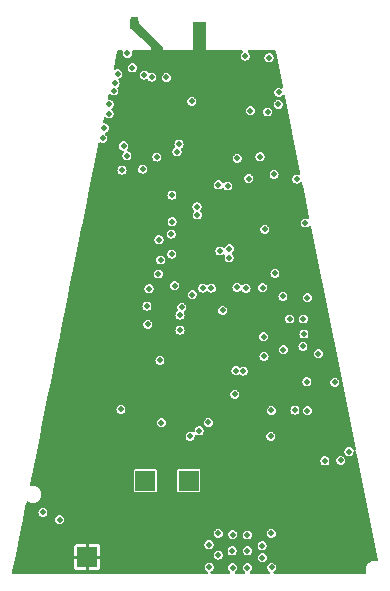
<source format=gbr>
G04 #@! TF.GenerationSoftware,KiCad,Pcbnew,(6.0.4)*
G04 #@! TF.CreationDate,2022-07-14T10:50:46-04:00*
G04 #@! TF.ProjectId,ratkit_design,7261746b-6974-45f6-9465-7369676e2e6b,RatKit2022_proA*
G04 #@! TF.SameCoordinates,PX41672a0PY65bcec0*
G04 #@! TF.FileFunction,Copper,L9,Inr*
G04 #@! TF.FilePolarity,Positive*
%FSLAX46Y46*%
G04 Gerber Fmt 4.6, Leading zero omitted, Abs format (unit mm)*
G04 Created by KiCad (PCBNEW (6.0.4)) date 2022-07-14 10:50:46*
%MOMM*%
%LPD*%
G01*
G04 APERTURE LIST*
G04 #@! TA.AperFunction,ComponentPad*
%ADD10R,1.700000X1.700000*%
G04 #@! TD*
G04 #@! TA.AperFunction,ViaPad*
%ADD11C,0.508000*%
G04 #@! TD*
G04 #@! TA.AperFunction,ViaPad*
%ADD12C,0.660400*%
G04 #@! TD*
G04 APERTURE END LIST*
D10*
G04 #@! TO.N,GND*
G04 #@! TO.C,J102*
X12344400Y6502400D03*
G04 #@! TD*
G04 #@! TO.N,V_Pot*
G04 #@! TO.C,J103*
X20955000Y12954000D03*
G04 #@! TD*
G04 #@! TO.N,V_Blue*
G04 #@! TO.C,J101*
X17272000Y12954000D03*
G04 #@! TD*
D11*
G04 #@! TO.N,GND*
X27635200Y40436800D03*
X18288000Y8229600D03*
X21158200Y7086600D03*
X20574000Y35636200D03*
X27965400Y28473400D03*
X32791400Y21691600D03*
X18288000Y6375400D03*
X26720800Y34290000D03*
X16179800Y44424600D03*
X32410400Y21183600D03*
X24688800Y23139400D03*
X29591000Y24028400D03*
X20345400Y24028400D03*
X26797000Y48869600D03*
X18237200Y26314400D03*
X15367000Y29133800D03*
D12*
X16916400Y48818800D03*
D11*
X30124400Y8178800D03*
X26187400Y27355800D03*
X26877582Y44290818D03*
X30226000Y21336000D03*
X19075400Y42570400D03*
X25019000Y26162000D03*
D12*
X19481800Y48031400D03*
D11*
X23749000Y45135800D03*
X21869400Y49809400D03*
X27305000Y22809200D03*
X29438600Y5740400D03*
X15113000Y49149000D03*
D12*
X16941800Y48031400D03*
D11*
X19405600Y8229600D03*
X15494000Y19837400D03*
X19075400Y44069000D03*
X17932400Y31546800D03*
X29235400Y7239000D03*
X23190200Y23139400D03*
X21488900Y19583900D03*
X23113011Y22301200D03*
X17830800Y24662900D03*
X33248600Y18745200D03*
X20370800Y40360600D03*
X13944600Y43459400D03*
X24409400Y29946600D03*
X19100800Y35458400D03*
X27305000Y18973800D03*
X28498800Y38354000D03*
X32410400Y5969000D03*
X24688800Y18364200D03*
X26365200Y25908000D03*
X15875500Y27660600D03*
X20878800Y40030400D03*
X30937200Y25984200D03*
X23926800Y48031400D03*
X17018000Y38709600D03*
X22580600Y32433035D03*
X21082000Y42494200D03*
X28702000Y18923000D03*
D12*
X19456400Y48844200D03*
D11*
X27101800Y45059600D03*
X20624800Y36398200D03*
X18770600Y29238600D03*
X15392400Y39903400D03*
X24917400Y48996600D03*
X14300200Y30505400D03*
X32435800Y24104600D03*
X20802600Y5715000D03*
X31242000Y24358600D03*
X16738600Y42265600D03*
X14935200Y48183800D03*
X31750000Y21336000D03*
X17957800Y42900600D03*
X25019000Y24663400D03*
X18161000Y39751000D03*
X25171400Y44653200D03*
X22787057Y38154057D03*
X13487400Y41198800D03*
X20472400Y8204200D03*
X23241000Y26162000D03*
X19380200Y31521400D03*
X21869400Y51104800D03*
X9220200Y10287000D03*
X27813000Y29083000D03*
X9398000Y6604000D03*
X24231600Y38582600D03*
X28956000Y27071700D03*
X24384000Y19786600D03*
X24673541Y44135069D03*
X32486600Y18745200D03*
X20929600Y46786800D03*
X15875000Y25857200D03*
X24003000Y30657800D03*
X20574000Y40995600D03*
X18059400Y44323000D03*
X26604885Y20616182D03*
X32054800Y22987000D03*
X31387212Y8173427D03*
X20980400Y39090600D03*
X26593800Y22225000D03*
X19431000Y33172400D03*
X28829000Y21590000D03*
X19939000Y25095200D03*
X26263600Y24485600D03*
X18364200Y37109400D03*
X14579600Y18465800D03*
X20269200Y48488600D03*
X32461200Y8128000D03*
X7924800Y10287000D03*
X25273000Y38582600D03*
X26390600Y23139400D03*
X23241000Y24790400D03*
G04 #@! TO.N,/RatKit_Main/uRSTN*
X19939000Y40843200D03*
X8585200Y10287000D03*
X18618200Y17881600D03*
X18555145Y31668379D03*
G04 #@! TO.N,V_Blue*
X15417800Y41325800D03*
X27609800Y44195502D03*
X17805400Y47142400D03*
X25908000Y7035800D03*
X30810200Y34798000D03*
X25908000Y5613400D03*
X25730200Y48920400D03*
X19050000Y47117000D03*
X24612600Y7035800D03*
X25044400Y40259000D03*
X23444200Y38023800D03*
X21641383Y36163643D03*
X28524200Y44831000D03*
X19507200Y37160200D03*
X28549600Y45847000D03*
X10007600Y9677400D03*
X30073600Y38506400D03*
X24663400Y8407400D03*
X21666200Y35483800D03*
X24663400Y5613400D03*
X20116800Y41478200D03*
X25908000Y8382000D03*
X27736800Y48793400D03*
G04 #@! TO.N,pVbias_Cap*
X23799800Y27406600D03*
G04 #@! TO.N,V_Pot*
X20202443Y25730700D03*
X24815800Y20294600D03*
X17449800Y26212800D03*
X17576800Y29235400D03*
X22682200Y5664200D03*
X22656800Y7569200D03*
X23444200Y6680200D03*
X34493200Y15443200D03*
X27178000Y6451600D03*
X27203400Y29311600D03*
X27152600Y7467600D03*
X18364200Y30480000D03*
X17398500Y27762200D03*
X25552400Y22250400D03*
X24942800Y22301200D03*
X30988000Y28473400D03*
X27940000Y8509000D03*
X23444200Y8509000D03*
X28233195Y30523519D03*
X23571200Y32433035D03*
X27965400Y5638800D03*
X25019000Y29337000D03*
G04 #@! TO.N,Net-(D1-Pad2)*
X33289410Y21298434D03*
G04 #@! TO.N,/RatKit_Main/uSWDIO*
X16154400Y47929800D03*
X26974800Y40411400D03*
G04 #@! TO.N,/RatKit_Main/uSWDCLK*
X17170400Y47320200D03*
X26162000Y44297600D03*
G04 #@! TO.N,/RatKit_Main/PB0_ADC_VINM1*
X13797636Y42842152D03*
X19532600Y34899600D03*
G04 #@! TO.N,/RatKit_Main/PB1_ADC_VINP1*
X13649243Y41951357D03*
X27372105Y34261163D03*
G04 #@! TO.N,/RatKit_Main/uI2C1_SDA*
X15748000Y49149000D03*
X28168600Y38912800D03*
G04 #@! TO.N,/RatKit_Main/PB2_ADC_VINM0*
X19481800Y32156400D03*
G04 #@! TO.N,/RatKit_Main/uI2C1_SCL*
X26009600Y38557200D03*
X14909800Y47421800D03*
G04 #@! TO.N,/RatKit_Main/PB3_ADC_VINP0*
X19456400Y33858200D03*
G04 #@! TO.N,/RatKit_Main/uI2C1_SMBA*
X24244704Y37936795D03*
X21183600Y45085000D03*
G04 #@! TO.N,/RatKit_Main/PB4_pRSTN*
X18415000Y33375600D03*
X15697700Y40504315D03*
X29489400Y26670000D03*
X24384000Y32613600D03*
G04 #@! TO.N,/RatKit_Main/SPI1_NSS*
X31903415Y23724647D03*
X14198600Y44043600D03*
G04 #@! TO.N,/RatKit_Main/SPI1_MISO*
X30607000Y24358600D03*
X14206687Y44842372D03*
X15290800Y39268400D03*
X24358600Y31851600D03*
G04 #@! TO.N,/RatKit_Main/SPI1_SCK*
X14579600Y45974000D03*
X27305000Y23495000D03*
G04 #@! TO.N,/RatKit_Main/SPI1_MOSI*
X14706600Y46634400D03*
X28956000Y24056700D03*
G04 #@! TO.N,/RatKit_Main/INT_pIn_uACKOUT*
X30632400Y26670000D03*
X18233943Y40382743D03*
G04 #@! TO.N,/RatKit_Main/INT_pINTOUT_uIn*
X30683200Y25400000D03*
G04 #@! TO.N,/RatKit_Main/INT_pACKOUT_uIn*
X27279600Y25171400D03*
X17037321Y39353735D03*
G04 #@! TO.N,/RatKit_Main/pXTAL1*
X27940000Y18923000D03*
G04 #@! TO.N,/RatKit_Main/pXTAL0*
X30937200Y21361400D03*
G04 #@! TO.N,/RatKit_Main/E_AIN0*
X33807400Y14706600D03*
X20193000Y27000200D03*
G04 #@! TO.N,/RatKit_Main/E_AIN1*
X20345400Y27660600D03*
X32461200Y14655800D03*
G04 #@! TO.N,/RatKit_Main/E_AFE2*
X30988000Y18903502D03*
X22123400Y29286200D03*
G04 #@! TO.N,/RatKit_Main/E_AIN2*
X21818600Y17195800D03*
X21232965Y28722321D03*
G04 #@! TO.N,/RatKit_Main/E_AFE3*
X29921200Y18948400D03*
X28905200Y28575000D03*
G04 #@! TO.N,/RatKit_Main/E_AIN3*
X21056600Y16738600D03*
X19735800Y29489400D03*
G04 #@! TO.N,/RatKit_Main/E_AFE4*
X27863800Y16738600D03*
X25781000Y29260800D03*
G04 #@! TO.N,/RatKit_Main/E_AFE1*
X22606000Y17907000D03*
X22860000Y29286200D03*
G04 #@! TO.N,/RatKit_Main/DE0*
X18491200Y23164800D03*
X15189200Y19024600D03*
G04 #@! TD*
G04 #@! TA.AperFunction,Conductor*
G04 #@! TO.N,GND*
G36*
X15328978Y49408398D02*
G01*
X15375471Y49354742D01*
X15385575Y49284468D01*
X15382818Y49272614D01*
X15380650Y49268359D01*
X15361745Y49149000D01*
X15380650Y49029641D01*
X15385151Y49020807D01*
X15385152Y49020804D01*
X15389845Y49011594D01*
X15435513Y48921965D01*
X15520965Y48836513D01*
X15571362Y48810835D01*
X15619804Y48786152D01*
X15619807Y48786151D01*
X15628641Y48781650D01*
X15748000Y48762745D01*
X15867359Y48781650D01*
X15876193Y48786151D01*
X15876196Y48786152D01*
X15924638Y48810835D01*
X15975035Y48836513D01*
X16060487Y48921965D01*
X16106155Y49011594D01*
X16110848Y49020804D01*
X16110849Y49020807D01*
X16115350Y49029641D01*
X16134255Y49149000D01*
X16115350Y49268359D01*
X16115160Y49268733D01*
X16113283Y49334432D01*
X16149946Y49395230D01*
X16213658Y49426555D01*
X16235143Y49428400D01*
X25394488Y49428400D01*
X25462609Y49408398D01*
X25509102Y49354742D01*
X25519206Y49284468D01*
X25489712Y49219888D01*
X25483583Y49213305D01*
X25417713Y49147435D01*
X25392968Y49098870D01*
X25367352Y49048596D01*
X25367351Y49048593D01*
X25362850Y49039759D01*
X25343945Y48920400D01*
X25362850Y48801041D01*
X25367351Y48792207D01*
X25367352Y48792204D01*
X25389600Y48748541D01*
X25417713Y48693365D01*
X25503165Y48607913D01*
X25558341Y48579800D01*
X25602004Y48557552D01*
X25602007Y48557551D01*
X25610841Y48553050D01*
X25730200Y48534145D01*
X25849559Y48553050D01*
X25858393Y48557551D01*
X25858396Y48557552D01*
X25902059Y48579800D01*
X25957235Y48607913D01*
X26042687Y48693365D01*
X26070800Y48748541D01*
X26093048Y48792204D01*
X26093049Y48792207D01*
X26093657Y48793400D01*
X27350545Y48793400D01*
X27369450Y48674041D01*
X27373951Y48665207D01*
X27373952Y48665204D01*
X27396200Y48621541D01*
X27424313Y48566365D01*
X27509765Y48480913D01*
X27564941Y48452800D01*
X27608604Y48430552D01*
X27608607Y48430551D01*
X27617441Y48426050D01*
X27736800Y48407145D01*
X27856159Y48426050D01*
X27864993Y48430551D01*
X27864996Y48430552D01*
X27908659Y48452800D01*
X27963835Y48480913D01*
X28049287Y48566365D01*
X28077400Y48621541D01*
X28099648Y48665204D01*
X28099649Y48665207D01*
X28104150Y48674041D01*
X28123055Y48793400D01*
X28104150Y48912759D01*
X28099649Y48921593D01*
X28099648Y48921596D01*
X28077400Y48965259D01*
X28049287Y49020435D01*
X27963835Y49105887D01*
X27898438Y49139208D01*
X27864996Y49156248D01*
X27864993Y49156249D01*
X27856159Y49160750D01*
X27747558Y49177951D01*
X27740632Y49181235D01*
X27726043Y49177951D01*
X27617441Y49160750D01*
X27608607Y49156249D01*
X27608604Y49156248D01*
X27575162Y49139208D01*
X27509765Y49105887D01*
X27424313Y49020435D01*
X27396200Y48965259D01*
X27373952Y48921596D01*
X27373951Y48921593D01*
X27369450Y48912759D01*
X27350545Y48793400D01*
X26093657Y48793400D01*
X26097550Y48801041D01*
X26116455Y48920400D01*
X26097550Y49039759D01*
X26093049Y49048593D01*
X26093048Y49048596D01*
X26067432Y49098870D01*
X26042687Y49147435D01*
X25976817Y49213305D01*
X25942791Y49275617D01*
X25947856Y49346432D01*
X25990403Y49403268D01*
X26056923Y49428079D01*
X26065912Y49428400D01*
X27706331Y49428400D01*
X27734600Y49420100D01*
X27751120Y49427361D01*
X27767269Y49428400D01*
X28192409Y49428400D01*
X28260530Y49408398D01*
X28307023Y49354742D01*
X28315937Y49327235D01*
X28920167Y46321583D01*
X28921520Y46314851D01*
X28915336Y46244124D01*
X28871896Y46187968D01*
X28804991Y46164213D01*
X28740790Y46177750D01*
X28668959Y46214350D01*
X28549600Y46233255D01*
X28430241Y46214350D01*
X28421407Y46209849D01*
X28421404Y46209848D01*
X28378463Y46187968D01*
X28322565Y46159487D01*
X28237113Y46074035D01*
X28209000Y46018859D01*
X28186752Y45975196D01*
X28186751Y45975193D01*
X28182250Y45966359D01*
X28163345Y45847000D01*
X28182250Y45727641D01*
X28186751Y45718807D01*
X28186752Y45718804D01*
X28205032Y45682928D01*
X28237113Y45619965D01*
X28322565Y45534513D01*
X28377741Y45506400D01*
X28421404Y45484152D01*
X28421407Y45484151D01*
X28430241Y45479650D01*
X28519828Y45465461D01*
X28540904Y45455469D01*
X28553971Y45461437D01*
X28635465Y45474345D01*
X28668959Y45479650D01*
X28677793Y45484151D01*
X28677796Y45484152D01*
X28721459Y45506400D01*
X28776635Y45534513D01*
X28861605Y45619483D01*
X28923917Y45653509D01*
X28994732Y45648444D01*
X29051568Y45605897D01*
X29074229Y45555222D01*
X30384644Y39036744D01*
X30391694Y39001677D01*
X30385510Y38930950D01*
X30342070Y38874794D01*
X30275165Y38851039D01*
X30210965Y38864576D01*
X30201797Y38869247D01*
X30201796Y38869247D01*
X30192959Y38873750D01*
X30073600Y38892655D01*
X29954241Y38873750D01*
X29945407Y38869249D01*
X29945404Y38869248D01*
X29901741Y38847000D01*
X29846565Y38818887D01*
X29761113Y38733435D01*
X29741329Y38694606D01*
X29710752Y38634596D01*
X29710751Y38634593D01*
X29706250Y38625759D01*
X29687345Y38506400D01*
X29706250Y38387041D01*
X29710751Y38378207D01*
X29710752Y38378204D01*
X29729815Y38340791D01*
X29761113Y38279365D01*
X29846565Y38193913D01*
X29901741Y38165800D01*
X29945404Y38143552D01*
X29945407Y38143551D01*
X29954241Y38139050D01*
X30073600Y38120145D01*
X30192959Y38139050D01*
X30201793Y38143551D01*
X30201796Y38143552D01*
X30245459Y38165800D01*
X30300635Y38193913D01*
X30345379Y38238657D01*
X30407691Y38272683D01*
X30478506Y38267618D01*
X30535342Y38225071D01*
X30558003Y38174395D01*
X30683105Y37552091D01*
X31050967Y35722218D01*
X31138213Y35288223D01*
X31132029Y35217496D01*
X31088589Y35161340D01*
X31021684Y35137585D01*
X30957483Y35151122D01*
X30929559Y35165350D01*
X30810200Y35184255D01*
X30690841Y35165350D01*
X30682007Y35160849D01*
X30682004Y35160848D01*
X30638341Y35138600D01*
X30583165Y35110487D01*
X30497713Y35025035D01*
X30489627Y35009165D01*
X30447352Y34926196D01*
X30447351Y34926193D01*
X30442850Y34917359D01*
X30423945Y34798000D01*
X30442850Y34678641D01*
X30447351Y34669807D01*
X30447352Y34669804D01*
X30459549Y34645867D01*
X30497713Y34570965D01*
X30583165Y34485513D01*
X30638341Y34457400D01*
X30682004Y34435152D01*
X30682007Y34435151D01*
X30690841Y34430650D01*
X30810200Y34411745D01*
X30929559Y34430650D01*
X30938393Y34435151D01*
X30938396Y34435152D01*
X30982059Y34457400D01*
X31037235Y34485513D01*
X31089392Y34537670D01*
X31151704Y34571696D01*
X31222519Y34566631D01*
X31279355Y34524084D01*
X31302016Y34473408D01*
X33149981Y25280965D01*
X35081223Y15674275D01*
X35075039Y15603548D01*
X35031599Y15547392D01*
X35016483Y15542025D01*
X35040778Y15541678D01*
X35099950Y15502445D01*
X35127086Y15446134D01*
X36965774Y6299842D01*
X36959590Y6229115D01*
X36916150Y6172959D01*
X36849245Y6149204D01*
X36811484Y6152911D01*
X36805092Y6155403D01*
X36673713Y6172700D01*
X36583607Y6172700D01*
X36524829Y6165587D01*
X36463330Y6158145D01*
X36463327Y6158144D01*
X36455789Y6157232D01*
X36448688Y6154549D01*
X36448685Y6154548D01*
X36302174Y6099186D01*
X36294651Y6096343D01*
X36288393Y6092042D01*
X36163419Y6006150D01*
X36152688Y5998775D01*
X36147636Y5993105D01*
X36147635Y5993104D01*
X36043149Y5875832D01*
X36043147Y5875829D01*
X36038096Y5870160D01*
X35957491Y5717924D01*
X35915526Y5550855D01*
X35915486Y5543257D01*
X35915486Y5543255D01*
X35915182Y5485204D01*
X35914624Y5378598D01*
X35916396Y5371218D01*
X35916396Y5371216D01*
X35948999Y5235414D01*
X35945452Y5164506D01*
X35904132Y5106772D01*
X35838158Y5080542D01*
X35826480Y5080000D01*
X28233846Y5080000D01*
X28165725Y5100002D01*
X28119232Y5153658D01*
X28109128Y5223932D01*
X28138622Y5288512D01*
X28176642Y5318266D01*
X28192435Y5326313D01*
X28277887Y5411765D01*
X28315306Y5485204D01*
X28328248Y5510604D01*
X28328249Y5510607D01*
X28332750Y5519441D01*
X28351655Y5638800D01*
X28332750Y5758159D01*
X28328249Y5766993D01*
X28328248Y5766996D01*
X28295333Y5831594D01*
X28277887Y5865835D01*
X28192435Y5951287D01*
X28110364Y5993104D01*
X28093596Y6001648D01*
X28093593Y6001649D01*
X28084759Y6006150D01*
X27965400Y6025055D01*
X27846041Y6006150D01*
X27837207Y6001649D01*
X27837204Y6001648D01*
X27820436Y5993104D01*
X27738365Y5951287D01*
X27652913Y5865835D01*
X27635467Y5831594D01*
X27602552Y5766996D01*
X27602551Y5766993D01*
X27598050Y5758159D01*
X27579145Y5638800D01*
X27598050Y5519441D01*
X27602551Y5510607D01*
X27602552Y5510604D01*
X27615494Y5485204D01*
X27652913Y5411765D01*
X27738365Y5326313D01*
X27754158Y5318266D01*
X27805772Y5269518D01*
X27822838Y5200603D01*
X27799937Y5133402D01*
X27744339Y5089250D01*
X27696954Y5080000D01*
X26216122Y5080000D01*
X26148001Y5100002D01*
X26101508Y5153658D01*
X26091404Y5223932D01*
X26120898Y5288512D01*
X26133628Y5300196D01*
X26135035Y5300913D01*
X26220487Y5386365D01*
X26267988Y5479592D01*
X26270848Y5485204D01*
X26270849Y5485207D01*
X26275350Y5494041D01*
X26294255Y5613400D01*
X26275350Y5732759D01*
X26270849Y5741593D01*
X26270848Y5741596D01*
X26244964Y5792396D01*
X26220487Y5840435D01*
X26135035Y5925887D01*
X26076344Y5955791D01*
X26036196Y5976248D01*
X26036193Y5976249D01*
X26027359Y5980750D01*
X25908000Y5999655D01*
X25788641Y5980750D01*
X25779807Y5976249D01*
X25779804Y5976248D01*
X25739656Y5955791D01*
X25680965Y5925887D01*
X25595513Y5840435D01*
X25571036Y5792396D01*
X25545152Y5741596D01*
X25545151Y5741593D01*
X25540650Y5732759D01*
X25521745Y5613400D01*
X25540650Y5494041D01*
X25545151Y5485207D01*
X25545152Y5485204D01*
X25548012Y5479592D01*
X25595513Y5386365D01*
X25680965Y5300913D01*
X25680056Y5300004D01*
X25717292Y5251715D01*
X25723369Y5180979D01*
X25690238Y5118187D01*
X25628418Y5083275D01*
X25599878Y5080000D01*
X24971522Y5080000D01*
X24903401Y5100002D01*
X24856908Y5153658D01*
X24846804Y5223932D01*
X24876298Y5288512D01*
X24889028Y5300196D01*
X24890435Y5300913D01*
X24975887Y5386365D01*
X25023388Y5479592D01*
X25026248Y5485204D01*
X25026249Y5485207D01*
X25030750Y5494041D01*
X25049655Y5613400D01*
X25030750Y5732759D01*
X25026249Y5741593D01*
X25026248Y5741596D01*
X25000364Y5792396D01*
X24975887Y5840435D01*
X24890435Y5925887D01*
X24831744Y5955791D01*
X24791596Y5976248D01*
X24791593Y5976249D01*
X24782759Y5980750D01*
X24663400Y5999655D01*
X24544041Y5980750D01*
X24535207Y5976249D01*
X24535204Y5976248D01*
X24495056Y5955791D01*
X24436365Y5925887D01*
X24350913Y5840435D01*
X24326436Y5792396D01*
X24300552Y5741596D01*
X24300551Y5741593D01*
X24296050Y5732759D01*
X24277145Y5613400D01*
X24296050Y5494041D01*
X24300551Y5485207D01*
X24300552Y5485204D01*
X24303412Y5479592D01*
X24350913Y5386365D01*
X24436365Y5300913D01*
X24435456Y5300004D01*
X24472692Y5251715D01*
X24478769Y5180979D01*
X24445638Y5118187D01*
X24383818Y5083275D01*
X24355278Y5080000D01*
X22900795Y5080000D01*
X22832674Y5100002D01*
X22786181Y5153658D01*
X22776077Y5223932D01*
X22805571Y5288512D01*
X22843593Y5318267D01*
X22859384Y5326313D01*
X22909235Y5351713D01*
X22994687Y5437165D01*
X23032106Y5510604D01*
X23045048Y5536004D01*
X23045049Y5536007D01*
X23049550Y5544841D01*
X23068455Y5664200D01*
X23049550Y5783559D01*
X23045049Y5792393D01*
X23045048Y5792396D01*
X23008846Y5863446D01*
X22994687Y5891235D01*
X22909235Y5976687D01*
X22848366Y6007701D01*
X22810396Y6027048D01*
X22810393Y6027049D01*
X22801559Y6031550D01*
X22682200Y6050455D01*
X22562841Y6031550D01*
X22554007Y6027049D01*
X22554004Y6027048D01*
X22516034Y6007701D01*
X22455165Y5976687D01*
X22369713Y5891235D01*
X22355554Y5863446D01*
X22319352Y5792396D01*
X22319351Y5792393D01*
X22314850Y5783559D01*
X22295945Y5664200D01*
X22314850Y5544841D01*
X22319351Y5536007D01*
X22319352Y5536004D01*
X22332294Y5510604D01*
X22369713Y5437165D01*
X22455165Y5351713D01*
X22505016Y5326313D01*
X22520807Y5318267D01*
X22572423Y5269519D01*
X22589489Y5200604D01*
X22566589Y5133403D01*
X22510991Y5089250D01*
X22463605Y5080000D01*
X6122851Y5080000D01*
X6054730Y5100002D01*
X6008237Y5153658D01*
X5999322Y5230833D01*
X6013410Y5300913D01*
X6080285Y5633572D01*
X11240401Y5633572D01*
X11241609Y5621312D01*
X11252715Y5565469D01*
X11262033Y5542973D01*
X11304383Y5479592D01*
X11321592Y5462383D01*
X11384975Y5420032D01*
X11407466Y5410716D01*
X11463315Y5399607D01*
X11475570Y5398400D01*
X12199285Y5398400D01*
X12214524Y5402875D01*
X12215729Y5404265D01*
X12217400Y5411948D01*
X12217400Y5416516D01*
X12471400Y5416516D01*
X12475875Y5401277D01*
X12477265Y5400072D01*
X12484948Y5398401D01*
X13213228Y5398401D01*
X13225488Y5399609D01*
X13281331Y5410715D01*
X13303827Y5420033D01*
X13367208Y5462383D01*
X13384417Y5479592D01*
X13426768Y5542975D01*
X13436084Y5565466D01*
X13447193Y5621315D01*
X13448400Y5633570D01*
X13448400Y6357285D01*
X13443925Y6372524D01*
X13442535Y6373729D01*
X13434852Y6375400D01*
X12489515Y6375400D01*
X12474276Y6370925D01*
X12473071Y6369535D01*
X12471400Y6361852D01*
X12471400Y5416516D01*
X12217400Y5416516D01*
X12217400Y6357285D01*
X12212925Y6372524D01*
X12211535Y6373729D01*
X12203852Y6375400D01*
X11258516Y6375400D01*
X11243277Y6370925D01*
X11242072Y6369535D01*
X11240401Y6361852D01*
X11240401Y5633572D01*
X6080285Y5633572D01*
X6284119Y6647515D01*
X11240400Y6647515D01*
X11244875Y6632276D01*
X11246265Y6631071D01*
X11253948Y6629400D01*
X12199285Y6629400D01*
X12214524Y6633875D01*
X12215729Y6635265D01*
X12217400Y6642948D01*
X12217400Y6647515D01*
X12471400Y6647515D01*
X12475875Y6632276D01*
X12477265Y6631071D01*
X12484948Y6629400D01*
X13430284Y6629400D01*
X13445523Y6633875D01*
X13446728Y6635265D01*
X13448399Y6642948D01*
X13448399Y6680200D01*
X23057945Y6680200D01*
X23076850Y6560841D01*
X23081351Y6552007D01*
X23081352Y6552004D01*
X23103600Y6508341D01*
X23131713Y6453165D01*
X23217165Y6367713D01*
X23267562Y6342035D01*
X23316004Y6317352D01*
X23316007Y6317351D01*
X23324841Y6312850D01*
X23444200Y6293945D01*
X23563559Y6312850D01*
X23572393Y6317351D01*
X23572396Y6317352D01*
X23620838Y6342035D01*
X23671235Y6367713D01*
X23755122Y6451600D01*
X26791745Y6451600D01*
X26810650Y6332241D01*
X26815151Y6323407D01*
X26815152Y6323404D01*
X26837400Y6279741D01*
X26865513Y6224565D01*
X26950965Y6139113D01*
X27006141Y6111000D01*
X27049804Y6088752D01*
X27049807Y6088751D01*
X27058641Y6084250D01*
X27178000Y6065345D01*
X27297359Y6084250D01*
X27306193Y6088751D01*
X27306196Y6088752D01*
X27349859Y6111000D01*
X27405035Y6139113D01*
X27490487Y6224565D01*
X27518600Y6279741D01*
X27540848Y6323404D01*
X27540849Y6323407D01*
X27545350Y6332241D01*
X27564255Y6451600D01*
X27545350Y6570959D01*
X27540849Y6579793D01*
X27540848Y6579796D01*
X27505309Y6649545D01*
X27490487Y6678635D01*
X27405035Y6764087D01*
X27349859Y6792200D01*
X27306196Y6814448D01*
X27306193Y6814449D01*
X27297359Y6818950D01*
X27263865Y6824255D01*
X27182371Y6837163D01*
X27169942Y6843055D01*
X27148228Y6833139D01*
X27058641Y6818950D01*
X27049807Y6814449D01*
X27049804Y6814448D01*
X27006141Y6792200D01*
X26950965Y6764087D01*
X26865513Y6678635D01*
X26850691Y6649545D01*
X26815152Y6579796D01*
X26815151Y6579793D01*
X26810650Y6570959D01*
X26791745Y6451600D01*
X23755122Y6451600D01*
X23756687Y6453165D01*
X23784800Y6508341D01*
X23807048Y6552004D01*
X23807049Y6552007D01*
X23811550Y6560841D01*
X23830455Y6680200D01*
X23811550Y6799559D01*
X23807049Y6808393D01*
X23807048Y6808396D01*
X23784800Y6852059D01*
X23756687Y6907235D01*
X23671235Y6992687D01*
X23605838Y7026008D01*
X23586621Y7035800D01*
X24226345Y7035800D01*
X24245250Y6916441D01*
X24249751Y6907607D01*
X24249752Y6907604D01*
X24254445Y6898394D01*
X24300113Y6808765D01*
X24385565Y6723313D01*
X24440741Y6695200D01*
X24484404Y6672952D01*
X24484407Y6672951D01*
X24493241Y6668450D01*
X24612600Y6649545D01*
X24731959Y6668450D01*
X24740793Y6672951D01*
X24740796Y6672952D01*
X24784459Y6695200D01*
X24839635Y6723313D01*
X24925087Y6808765D01*
X24970755Y6898394D01*
X24975448Y6907604D01*
X24975449Y6907607D01*
X24979950Y6916441D01*
X24998855Y7035800D01*
X25521745Y7035800D01*
X25540650Y6916441D01*
X25545151Y6907607D01*
X25545152Y6907604D01*
X25549845Y6898394D01*
X25595513Y6808765D01*
X25680965Y6723313D01*
X25736141Y6695200D01*
X25779804Y6672952D01*
X25779807Y6672951D01*
X25788641Y6668450D01*
X25908000Y6649545D01*
X26027359Y6668450D01*
X26036193Y6672951D01*
X26036196Y6672952D01*
X26079859Y6695200D01*
X26135035Y6723313D01*
X26220487Y6808765D01*
X26266155Y6898394D01*
X26270848Y6907604D01*
X26270849Y6907607D01*
X26275350Y6916441D01*
X26294255Y7035800D01*
X26275350Y7155159D01*
X26270849Y7163993D01*
X26270848Y7163996D01*
X26225901Y7252209D01*
X26220487Y7262835D01*
X26135035Y7348287D01*
X26079859Y7376400D01*
X26036196Y7398648D01*
X26036193Y7398649D01*
X26027359Y7403150D01*
X25908000Y7422055D01*
X25788641Y7403150D01*
X25779807Y7398649D01*
X25779804Y7398648D01*
X25736141Y7376400D01*
X25680965Y7348287D01*
X25595513Y7262835D01*
X25590099Y7252209D01*
X25545152Y7163996D01*
X25545151Y7163993D01*
X25540650Y7155159D01*
X25521745Y7035800D01*
X24998855Y7035800D01*
X24979950Y7155159D01*
X24975449Y7163993D01*
X24975448Y7163996D01*
X24930501Y7252209D01*
X24925087Y7262835D01*
X24839635Y7348287D01*
X24784459Y7376400D01*
X24740796Y7398648D01*
X24740793Y7398649D01*
X24731959Y7403150D01*
X24612600Y7422055D01*
X24493241Y7403150D01*
X24484407Y7398649D01*
X24484404Y7398648D01*
X24440741Y7376400D01*
X24385565Y7348287D01*
X24300113Y7262835D01*
X24294699Y7252209D01*
X24249752Y7163996D01*
X24249751Y7163993D01*
X24245250Y7155159D01*
X24226345Y7035800D01*
X23586621Y7035800D01*
X23572396Y7043048D01*
X23572393Y7043049D01*
X23563559Y7047550D01*
X23444200Y7066455D01*
X23324841Y7047550D01*
X23316007Y7043049D01*
X23316004Y7043048D01*
X23282562Y7026008D01*
X23217165Y6992687D01*
X23131713Y6907235D01*
X23103600Y6852059D01*
X23081352Y6808396D01*
X23081351Y6808393D01*
X23076850Y6799559D01*
X23057945Y6680200D01*
X13448399Y6680200D01*
X13448399Y7371228D01*
X13447191Y7383488D01*
X13436085Y7439331D01*
X13426767Y7461827D01*
X13384417Y7525208D01*
X13367208Y7542417D01*
X13327124Y7569200D01*
X22270545Y7569200D01*
X22289450Y7449841D01*
X22293951Y7441007D01*
X22293952Y7441004D01*
X22312450Y7404701D01*
X22344313Y7342165D01*
X22429765Y7256713D01*
X22484941Y7228600D01*
X22528604Y7206352D01*
X22528607Y7206351D01*
X22537441Y7201850D01*
X22656800Y7182945D01*
X22776159Y7201850D01*
X22784993Y7206351D01*
X22784996Y7206352D01*
X22828659Y7228600D01*
X22883835Y7256713D01*
X22969287Y7342165D01*
X23001150Y7404701D01*
X23019648Y7441004D01*
X23019649Y7441007D01*
X23024150Y7449841D01*
X23026963Y7467600D01*
X26766345Y7467600D01*
X26785250Y7348241D01*
X26789751Y7339407D01*
X26789752Y7339404D01*
X26791921Y7335148D01*
X26840113Y7240565D01*
X26925565Y7155113D01*
X26980741Y7127000D01*
X27024404Y7104752D01*
X27024407Y7104751D01*
X27033241Y7100250D01*
X27066735Y7094945D01*
X27148229Y7082037D01*
X27160658Y7076145D01*
X27182372Y7086061D01*
X27271959Y7100250D01*
X27280793Y7104751D01*
X27280796Y7104752D01*
X27324459Y7127000D01*
X27379635Y7155113D01*
X27465087Y7240565D01*
X27513279Y7335148D01*
X27515448Y7339404D01*
X27515449Y7339407D01*
X27519950Y7348241D01*
X27538855Y7467600D01*
X27519950Y7586959D01*
X27515449Y7595793D01*
X27515448Y7595796D01*
X27473173Y7678765D01*
X27465087Y7694635D01*
X27379635Y7780087D01*
X27324459Y7808200D01*
X27280796Y7830448D01*
X27280793Y7830449D01*
X27271959Y7834950D01*
X27152600Y7853855D01*
X27033241Y7834950D01*
X27024407Y7830449D01*
X27024404Y7830448D01*
X26980741Y7808200D01*
X26925565Y7780087D01*
X26840113Y7694635D01*
X26832027Y7678765D01*
X26789752Y7595796D01*
X26789751Y7595793D01*
X26785250Y7586959D01*
X26766345Y7467600D01*
X23026963Y7467600D01*
X23043055Y7569200D01*
X23024150Y7688559D01*
X23019649Y7697393D01*
X23019648Y7697396D01*
X22981090Y7773070D01*
X22969287Y7796235D01*
X22883835Y7881687D01*
X22828659Y7909800D01*
X22784996Y7932048D01*
X22784993Y7932049D01*
X22776159Y7936550D01*
X22656800Y7955455D01*
X22537441Y7936550D01*
X22528607Y7932049D01*
X22528604Y7932048D01*
X22484941Y7909800D01*
X22429765Y7881687D01*
X22344313Y7796235D01*
X22332510Y7773070D01*
X22293952Y7697396D01*
X22293951Y7697393D01*
X22289450Y7688559D01*
X22270545Y7569200D01*
X13327124Y7569200D01*
X13303825Y7584768D01*
X13281334Y7594084D01*
X13225485Y7605193D01*
X13213230Y7606400D01*
X12489515Y7606400D01*
X12474276Y7601925D01*
X12473071Y7600535D01*
X12471400Y7592852D01*
X12471400Y6647515D01*
X12217400Y6647515D01*
X12217400Y7588284D01*
X12212925Y7603523D01*
X12211535Y7604728D01*
X12203852Y7606399D01*
X11475572Y7606399D01*
X11463312Y7605191D01*
X11407469Y7594085D01*
X11384973Y7584767D01*
X11321592Y7542417D01*
X11304383Y7525208D01*
X11262032Y7461825D01*
X11252716Y7439334D01*
X11241607Y7383485D01*
X11240400Y7371230D01*
X11240400Y6647515D01*
X6284119Y6647515D01*
X6658335Y8509000D01*
X23057945Y8509000D01*
X23076850Y8389641D01*
X23081351Y8380807D01*
X23081352Y8380804D01*
X23085732Y8372208D01*
X23131713Y8281965D01*
X23217165Y8196513D01*
X23272341Y8168400D01*
X23316004Y8146152D01*
X23316007Y8146151D01*
X23324841Y8141650D01*
X23444200Y8122745D01*
X23563559Y8141650D01*
X23572393Y8146151D01*
X23572396Y8146152D01*
X23616059Y8168400D01*
X23671235Y8196513D01*
X23756687Y8281965D01*
X23802668Y8372208D01*
X23807048Y8380804D01*
X23807049Y8380807D01*
X23811550Y8389641D01*
X23814363Y8407400D01*
X24277145Y8407400D01*
X24296050Y8288041D01*
X24300551Y8279207D01*
X24300552Y8279204D01*
X24313494Y8253804D01*
X24350913Y8180365D01*
X24436365Y8094913D01*
X24486216Y8069513D01*
X24535204Y8044552D01*
X24535207Y8044551D01*
X24544041Y8040050D01*
X24663400Y8021145D01*
X24782759Y8040050D01*
X24791593Y8044551D01*
X24791596Y8044552D01*
X24840584Y8069513D01*
X24890435Y8094913D01*
X24975887Y8180365D01*
X25013306Y8253804D01*
X25026248Y8279204D01*
X25026249Y8279207D01*
X25030750Y8288041D01*
X25045632Y8382000D01*
X25521745Y8382000D01*
X25540650Y8262641D01*
X25545151Y8253807D01*
X25545152Y8253804D01*
X25567400Y8210141D01*
X25595513Y8154965D01*
X25680965Y8069513D01*
X25729954Y8044552D01*
X25779804Y8019152D01*
X25779807Y8019151D01*
X25788641Y8014650D01*
X25908000Y7995745D01*
X26027359Y8014650D01*
X26036193Y8019151D01*
X26036196Y8019152D01*
X26086046Y8044552D01*
X26135035Y8069513D01*
X26220487Y8154965D01*
X26248600Y8210141D01*
X26270848Y8253804D01*
X26270849Y8253807D01*
X26275350Y8262641D01*
X26294255Y8382000D01*
X26275350Y8501359D01*
X26271457Y8509000D01*
X27553745Y8509000D01*
X27572650Y8389641D01*
X27577151Y8380807D01*
X27577152Y8380804D01*
X27581532Y8372208D01*
X27627513Y8281965D01*
X27712965Y8196513D01*
X27768141Y8168400D01*
X27811804Y8146152D01*
X27811807Y8146151D01*
X27820641Y8141650D01*
X27940000Y8122745D01*
X28059359Y8141650D01*
X28068193Y8146151D01*
X28068196Y8146152D01*
X28111859Y8168400D01*
X28167035Y8196513D01*
X28252487Y8281965D01*
X28298468Y8372208D01*
X28302848Y8380804D01*
X28302849Y8380807D01*
X28307350Y8389641D01*
X28326255Y8509000D01*
X28307350Y8628359D01*
X28302849Y8637193D01*
X28302848Y8637196D01*
X28277232Y8687470D01*
X28252487Y8736035D01*
X28167035Y8821487D01*
X28111859Y8849600D01*
X28068196Y8871848D01*
X28068193Y8871849D01*
X28059359Y8876350D01*
X27940000Y8895255D01*
X27820641Y8876350D01*
X27811807Y8871849D01*
X27811804Y8871848D01*
X27768141Y8849600D01*
X27712965Y8821487D01*
X27627513Y8736035D01*
X27602768Y8687470D01*
X27577152Y8637196D01*
X27577151Y8637193D01*
X27572650Y8628359D01*
X27553745Y8509000D01*
X26271457Y8509000D01*
X26270849Y8510193D01*
X26270848Y8510196D01*
X26248600Y8553859D01*
X26220487Y8609035D01*
X26135035Y8694487D01*
X26070843Y8727194D01*
X26036196Y8744848D01*
X26036193Y8744849D01*
X26027359Y8749350D01*
X25908000Y8768255D01*
X25788641Y8749350D01*
X25779807Y8744849D01*
X25779804Y8744848D01*
X25745157Y8727194D01*
X25680965Y8694487D01*
X25595513Y8609035D01*
X25567400Y8553859D01*
X25545152Y8510196D01*
X25545151Y8510193D01*
X25540650Y8501359D01*
X25521745Y8382000D01*
X25045632Y8382000D01*
X25049655Y8407400D01*
X25030750Y8526759D01*
X25026249Y8535593D01*
X25026248Y8535596D01*
X24993333Y8600194D01*
X24975887Y8634435D01*
X24890435Y8719887D01*
X24829566Y8750901D01*
X24791596Y8770248D01*
X24791593Y8770249D01*
X24782759Y8774750D01*
X24663400Y8793655D01*
X24544041Y8774750D01*
X24535207Y8770249D01*
X24535204Y8770248D01*
X24497234Y8750901D01*
X24436365Y8719887D01*
X24350913Y8634435D01*
X24333467Y8600194D01*
X24300552Y8535596D01*
X24300551Y8535593D01*
X24296050Y8526759D01*
X24277145Y8407400D01*
X23814363Y8407400D01*
X23830455Y8509000D01*
X23811550Y8628359D01*
X23807049Y8637193D01*
X23807048Y8637196D01*
X23781432Y8687470D01*
X23756687Y8736035D01*
X23671235Y8821487D01*
X23616059Y8849600D01*
X23572396Y8871848D01*
X23572393Y8871849D01*
X23563559Y8876350D01*
X23444200Y8895255D01*
X23324841Y8876350D01*
X23316007Y8871849D01*
X23316004Y8871848D01*
X23272341Y8849600D01*
X23217165Y8821487D01*
X23131713Y8736035D01*
X23106968Y8687470D01*
X23081352Y8637196D01*
X23081351Y8637193D01*
X23076850Y8628359D01*
X23057945Y8509000D01*
X6658335Y8509000D01*
X6893220Y9677400D01*
X9621345Y9677400D01*
X9640250Y9558041D01*
X9644751Y9549207D01*
X9644752Y9549204D01*
X9667000Y9505541D01*
X9695113Y9450365D01*
X9780565Y9364913D01*
X9835741Y9336800D01*
X9879404Y9314552D01*
X9879407Y9314551D01*
X9888241Y9310050D01*
X10007600Y9291145D01*
X10126959Y9310050D01*
X10135793Y9314551D01*
X10135796Y9314552D01*
X10179459Y9336800D01*
X10234635Y9364913D01*
X10320087Y9450365D01*
X10348200Y9505541D01*
X10370448Y9549204D01*
X10370449Y9549207D01*
X10374950Y9558041D01*
X10393855Y9677400D01*
X10374950Y9796759D01*
X10370449Y9805593D01*
X10370448Y9805596D01*
X10348200Y9849259D01*
X10320087Y9904435D01*
X10234635Y9989887D01*
X10179459Y10018000D01*
X10135796Y10040248D01*
X10135793Y10040249D01*
X10126959Y10044750D01*
X10007600Y10063655D01*
X9888241Y10044750D01*
X9879407Y10040249D01*
X9879404Y10040248D01*
X9835741Y10018000D01*
X9780565Y9989887D01*
X9695113Y9904435D01*
X9667000Y9849259D01*
X9644752Y9805596D01*
X9644751Y9805593D01*
X9640250Y9796759D01*
X9621345Y9677400D01*
X6893220Y9677400D01*
X7015768Y10287000D01*
X8198945Y10287000D01*
X8217850Y10167641D01*
X8222351Y10158807D01*
X8222352Y10158804D01*
X8244600Y10115141D01*
X8272713Y10059965D01*
X8358165Y9974513D01*
X8413341Y9946400D01*
X8457004Y9924152D01*
X8457007Y9924151D01*
X8465841Y9919650D01*
X8585200Y9900745D01*
X8704559Y9919650D01*
X8713393Y9924151D01*
X8713396Y9924152D01*
X8757059Y9946400D01*
X8812235Y9974513D01*
X8897687Y10059965D01*
X8925800Y10115141D01*
X8948048Y10158804D01*
X8948049Y10158807D01*
X8952550Y10167641D01*
X8971455Y10287000D01*
X8952550Y10406359D01*
X8948049Y10415193D01*
X8948048Y10415196D01*
X8925800Y10458859D01*
X8897687Y10514035D01*
X8812235Y10599487D01*
X8757059Y10627600D01*
X8713396Y10649848D01*
X8713393Y10649849D01*
X8704559Y10654350D01*
X8585200Y10673255D01*
X8465841Y10654350D01*
X8457007Y10649849D01*
X8457004Y10649848D01*
X8413341Y10627600D01*
X8358165Y10599487D01*
X8272713Y10514035D01*
X8244600Y10458859D01*
X8222352Y10415196D01*
X8222351Y10415193D01*
X8217850Y10406359D01*
X8198945Y10287000D01*
X7015768Y10287000D01*
X7183457Y11121145D01*
X7216492Y11183986D01*
X7278258Y11218992D01*
X7349145Y11215047D01*
X7379435Y11199398D01*
X7408216Y11179170D01*
X7568708Y11116597D01*
X7700087Y11099300D01*
X7790193Y11099300D01*
X7848971Y11106413D01*
X7910470Y11113855D01*
X7910473Y11113856D01*
X7918011Y11114768D01*
X7925112Y11117451D01*
X7925115Y11117452D01*
X8072046Y11172973D01*
X8079149Y11175657D01*
X8221112Y11273225D01*
X8226165Y11278896D01*
X8330651Y11396168D01*
X8330653Y11396171D01*
X8335704Y11401840D01*
X8416309Y11554076D01*
X8458274Y11721145D01*
X8459176Y11893402D01*
X8438937Y11977706D01*
X8420735Y12053521D01*
X8420734Y12053523D01*
X8418963Y12060901D01*
X8403199Y12091442D01*
X16294500Y12091442D01*
X16301898Y12054252D01*
X16330078Y12012078D01*
X16372252Y11983898D01*
X16384422Y11981477D01*
X16403377Y11977706D01*
X16403382Y11977706D01*
X16409442Y11976500D01*
X18134558Y11976500D01*
X18140618Y11977706D01*
X18140623Y11977706D01*
X18159578Y11981477D01*
X18171748Y11983898D01*
X18213922Y12012078D01*
X18242102Y12054252D01*
X18249500Y12091442D01*
X19977500Y12091442D01*
X19984898Y12054252D01*
X20013078Y12012078D01*
X20055252Y11983898D01*
X20067422Y11981477D01*
X20086377Y11977706D01*
X20086382Y11977706D01*
X20092442Y11976500D01*
X21817558Y11976500D01*
X21823618Y11977706D01*
X21823623Y11977706D01*
X21842578Y11981477D01*
X21854748Y11983898D01*
X21896922Y12012078D01*
X21925102Y12054252D01*
X21932500Y12091442D01*
X21932500Y13816558D01*
X21925102Y13853748D01*
X21896922Y13895922D01*
X21854748Y13924102D01*
X21842578Y13926523D01*
X21823623Y13930294D01*
X21823618Y13930294D01*
X21817558Y13931500D01*
X20092442Y13931500D01*
X20086382Y13930294D01*
X20086377Y13930294D01*
X20067422Y13926523D01*
X20055252Y13924102D01*
X20013078Y13895922D01*
X19984898Y13853748D01*
X19977500Y13816558D01*
X19977500Y12091442D01*
X18249500Y12091442D01*
X18249500Y13816558D01*
X18242102Y13853748D01*
X18213922Y13895922D01*
X18171748Y13924102D01*
X18159578Y13926523D01*
X18140623Y13930294D01*
X18140618Y13930294D01*
X18134558Y13931500D01*
X16409442Y13931500D01*
X16403382Y13930294D01*
X16403377Y13930294D01*
X16384422Y13926523D01*
X16372252Y13924102D01*
X16330078Y13895922D01*
X16301898Y13853748D01*
X16294500Y13816558D01*
X16294500Y12091442D01*
X8403199Y12091442D01*
X8339956Y12213973D01*
X8226718Y12343781D01*
X8085784Y12442830D01*
X7925292Y12505403D01*
X7793913Y12522700D01*
X7703807Y12522700D01*
X7677152Y12519474D01*
X7632277Y12514044D01*
X7562247Y12525717D01*
X7509645Y12573398D01*
X7491172Y12641950D01*
X7493611Y12663964D01*
X7724075Y13810373D01*
X7894032Y14655800D01*
X32074945Y14655800D01*
X32093850Y14536441D01*
X32098351Y14527607D01*
X32098352Y14527604D01*
X32118325Y14488406D01*
X32148713Y14428765D01*
X32234165Y14343313D01*
X32276199Y14321896D01*
X32333004Y14292952D01*
X32333007Y14292951D01*
X32341841Y14288450D01*
X32461200Y14269545D01*
X32580559Y14288450D01*
X32589393Y14292951D01*
X32589396Y14292952D01*
X32646201Y14321896D01*
X32688235Y14343313D01*
X32773687Y14428765D01*
X32804075Y14488406D01*
X32824048Y14527604D01*
X32824049Y14527607D01*
X32828550Y14536441D01*
X32847455Y14655800D01*
X32839409Y14706600D01*
X33421145Y14706600D01*
X33440050Y14587241D01*
X33444551Y14578407D01*
X33444552Y14578404D01*
X33460943Y14546235D01*
X33494913Y14479565D01*
X33580365Y14394113D01*
X33635541Y14366000D01*
X33679204Y14343752D01*
X33679207Y14343751D01*
X33688041Y14339250D01*
X33807400Y14320345D01*
X33926759Y14339250D01*
X33935593Y14343751D01*
X33935596Y14343752D01*
X33979259Y14366000D01*
X34034435Y14394113D01*
X34119887Y14479565D01*
X34153857Y14546235D01*
X34170248Y14578404D01*
X34170249Y14578407D01*
X34174750Y14587241D01*
X34193655Y14706600D01*
X34174750Y14825959D01*
X34170249Y14834793D01*
X34170248Y14834796D01*
X34124391Y14924795D01*
X34119887Y14933635D01*
X34112870Y14940652D01*
X34111999Y14941851D01*
X34088141Y15008719D01*
X34088657Y15010937D01*
X34075883Y15008349D01*
X34029466Y15021619D01*
X33926759Y15073950D01*
X33807400Y15092855D01*
X33688041Y15073950D01*
X33679207Y15069449D01*
X33679204Y15069448D01*
X33657710Y15058496D01*
X33580365Y15019087D01*
X33494913Y14933635D01*
X33472605Y14889852D01*
X33444552Y14834796D01*
X33444551Y14834793D01*
X33440050Y14825959D01*
X33421145Y14706600D01*
X32839409Y14706600D01*
X32828550Y14775159D01*
X32824049Y14783993D01*
X32824048Y14783996D01*
X32798164Y14834796D01*
X32773687Y14882835D01*
X32688235Y14968287D01*
X32633059Y14996400D01*
X32589396Y15018648D01*
X32589393Y15018649D01*
X32580559Y15023150D01*
X32461200Y15042055D01*
X32341841Y15023150D01*
X32333007Y15018649D01*
X32333004Y15018648D01*
X32289341Y14996400D01*
X32234165Y14968287D01*
X32148713Y14882835D01*
X32124236Y14834796D01*
X32098352Y14783996D01*
X32098351Y14783993D01*
X32093850Y14775159D01*
X32074945Y14655800D01*
X7894032Y14655800D01*
X8052324Y15443200D01*
X34106945Y15443200D01*
X34125850Y15323841D01*
X34130351Y15315007D01*
X34130352Y15315004D01*
X34167271Y15242547D01*
X34180713Y15216165D01*
X34187730Y15209148D01*
X34188601Y15207949D01*
X34212459Y15141081D01*
X34211943Y15138863D01*
X34224717Y15141451D01*
X34271134Y15128181D01*
X34373841Y15075850D01*
X34493200Y15056945D01*
X34612559Y15075850D01*
X34621393Y15080351D01*
X34621396Y15080352D01*
X34665059Y15102600D01*
X34720235Y15130713D01*
X34805687Y15216165D01*
X34833800Y15271341D01*
X34856048Y15315004D01*
X34856049Y15315007D01*
X34860550Y15323841D01*
X34879109Y15441013D01*
X34909520Y15505165D01*
X34946157Y15527977D01*
X34895568Y15539823D01*
X34845427Y15592240D01*
X34839665Y15603548D01*
X34805687Y15670235D01*
X34720235Y15755687D01*
X34665059Y15783800D01*
X34621396Y15806048D01*
X34621393Y15806049D01*
X34612559Y15810550D01*
X34493200Y15829455D01*
X34373841Y15810550D01*
X34365007Y15806049D01*
X34365004Y15806048D01*
X34321341Y15783800D01*
X34266165Y15755687D01*
X34180713Y15670235D01*
X34152600Y15615059D01*
X34130352Y15571396D01*
X34130351Y15571393D01*
X34125850Y15562559D01*
X34106945Y15443200D01*
X8052324Y15443200D01*
X8312740Y16738600D01*
X20670345Y16738600D01*
X20689250Y16619241D01*
X20693751Y16610407D01*
X20693752Y16610404D01*
X20716000Y16566741D01*
X20744113Y16511565D01*
X20829565Y16426113D01*
X20884741Y16398000D01*
X20928404Y16375752D01*
X20928407Y16375751D01*
X20937241Y16371250D01*
X21056600Y16352345D01*
X21175959Y16371250D01*
X21184793Y16375751D01*
X21184796Y16375752D01*
X21228459Y16398000D01*
X21283635Y16426113D01*
X21369087Y16511565D01*
X21397200Y16566741D01*
X21419448Y16610404D01*
X21419449Y16610407D01*
X21423950Y16619241D01*
X21442855Y16738600D01*
X27477545Y16738600D01*
X27496450Y16619241D01*
X27500951Y16610407D01*
X27500952Y16610404D01*
X27523200Y16566741D01*
X27551313Y16511565D01*
X27636765Y16426113D01*
X27691941Y16398000D01*
X27735604Y16375752D01*
X27735607Y16375751D01*
X27744441Y16371250D01*
X27863800Y16352345D01*
X27983159Y16371250D01*
X27991993Y16375751D01*
X27991996Y16375752D01*
X28035659Y16398000D01*
X28090835Y16426113D01*
X28176287Y16511565D01*
X28204400Y16566741D01*
X28226648Y16610404D01*
X28226649Y16610407D01*
X28231150Y16619241D01*
X28250055Y16738600D01*
X28231150Y16857959D01*
X28226649Y16866793D01*
X28226648Y16866796D01*
X28204400Y16910459D01*
X28176287Y16965635D01*
X28090835Y17051087D01*
X28035659Y17079200D01*
X27991996Y17101448D01*
X27991993Y17101449D01*
X27983159Y17105950D01*
X27863800Y17124855D01*
X27744441Y17105950D01*
X27735607Y17101449D01*
X27735604Y17101448D01*
X27691941Y17079200D01*
X27636765Y17051087D01*
X27551313Y16965635D01*
X27523200Y16910459D01*
X27500952Y16866796D01*
X27500951Y16866793D01*
X27496450Y16857959D01*
X27477545Y16738600D01*
X21442855Y16738600D01*
X21441304Y16748392D01*
X21441304Y16754262D01*
X21461306Y16822383D01*
X21514962Y16868876D01*
X21585236Y16878980D01*
X21624506Y16866529D01*
X21690404Y16832952D01*
X21690407Y16832951D01*
X21699241Y16828450D01*
X21818600Y16809545D01*
X21937959Y16828450D01*
X21946793Y16832951D01*
X21946796Y16832952D01*
X22017300Y16868876D01*
X22045635Y16883313D01*
X22131087Y16968765D01*
X22159200Y17023941D01*
X22181448Y17067604D01*
X22181449Y17067607D01*
X22185950Y17076441D01*
X22204855Y17195800D01*
X22185950Y17315159D01*
X22181449Y17323993D01*
X22181448Y17323996D01*
X22159200Y17367659D01*
X22131087Y17422835D01*
X22045635Y17508287D01*
X21984081Y17539650D01*
X21946796Y17558648D01*
X21946793Y17558649D01*
X21937959Y17563150D01*
X21818600Y17582055D01*
X21699241Y17563150D01*
X21690407Y17558649D01*
X21690404Y17558648D01*
X21653119Y17539650D01*
X21591565Y17508287D01*
X21506113Y17422835D01*
X21478000Y17367659D01*
X21455752Y17323996D01*
X21455751Y17323993D01*
X21451250Y17315159D01*
X21432345Y17195800D01*
X21433896Y17186008D01*
X21433896Y17180138D01*
X21413894Y17112017D01*
X21360238Y17065524D01*
X21289964Y17055420D01*
X21250694Y17067871D01*
X21184796Y17101448D01*
X21184793Y17101449D01*
X21175959Y17105950D01*
X21056600Y17124855D01*
X20937241Y17105950D01*
X20928407Y17101449D01*
X20928404Y17101448D01*
X20884741Y17079200D01*
X20829565Y17051087D01*
X20744113Y16965635D01*
X20716000Y16910459D01*
X20693752Y16866796D01*
X20693751Y16866793D01*
X20689250Y16857959D01*
X20670345Y16738600D01*
X8312740Y16738600D01*
X8542518Y17881600D01*
X18231945Y17881600D01*
X18250850Y17762241D01*
X18255351Y17753407D01*
X18255352Y17753404D01*
X18277600Y17709741D01*
X18305713Y17654565D01*
X18391165Y17569113D01*
X18440154Y17544152D01*
X18490004Y17518752D01*
X18490007Y17518751D01*
X18498841Y17514250D01*
X18618200Y17495345D01*
X18737559Y17514250D01*
X18746393Y17518751D01*
X18746396Y17518752D01*
X18796246Y17544152D01*
X18845235Y17569113D01*
X18930687Y17654565D01*
X18958800Y17709741D01*
X18981048Y17753404D01*
X18981049Y17753407D01*
X18985550Y17762241D01*
X19004455Y17881600D01*
X19000432Y17907000D01*
X22219745Y17907000D01*
X22238650Y17787641D01*
X22243151Y17778807D01*
X22243152Y17778804D01*
X22256094Y17753404D01*
X22293513Y17679965D01*
X22378965Y17594513D01*
X22428816Y17569113D01*
X22477804Y17544152D01*
X22477807Y17544151D01*
X22486641Y17539650D01*
X22606000Y17520745D01*
X22725359Y17539650D01*
X22734193Y17544151D01*
X22734196Y17544152D01*
X22783184Y17569113D01*
X22833035Y17594513D01*
X22918487Y17679965D01*
X22955906Y17753404D01*
X22968848Y17778804D01*
X22968849Y17778807D01*
X22973350Y17787641D01*
X22992255Y17907000D01*
X22973350Y18026359D01*
X22968849Y18035193D01*
X22968848Y18035196D01*
X22935933Y18099794D01*
X22918487Y18134035D01*
X22833035Y18219487D01*
X22772166Y18250501D01*
X22734196Y18269848D01*
X22734193Y18269849D01*
X22725359Y18274350D01*
X22606000Y18293255D01*
X22486641Y18274350D01*
X22477807Y18269849D01*
X22477804Y18269848D01*
X22439834Y18250501D01*
X22378965Y18219487D01*
X22293513Y18134035D01*
X22276067Y18099794D01*
X22243152Y18035196D01*
X22243151Y18035193D01*
X22238650Y18026359D01*
X22219745Y17907000D01*
X19000432Y17907000D01*
X18985550Y18000959D01*
X18981049Y18009793D01*
X18981048Y18009796D01*
X18958800Y18053459D01*
X18930687Y18108635D01*
X18845235Y18194087D01*
X18786544Y18223991D01*
X18746396Y18244448D01*
X18746393Y18244449D01*
X18737559Y18248950D01*
X18618200Y18267855D01*
X18498841Y18248950D01*
X18490007Y18244449D01*
X18490004Y18244448D01*
X18449856Y18223991D01*
X18391165Y18194087D01*
X18305713Y18108635D01*
X18277600Y18053459D01*
X18255352Y18009796D01*
X18255351Y18009793D01*
X18250850Y18000959D01*
X18231945Y17881600D01*
X8542518Y17881600D01*
X8772296Y19024600D01*
X14802945Y19024600D01*
X14821850Y18905241D01*
X14826351Y18896407D01*
X14826352Y18896404D01*
X14827725Y18893710D01*
X14876713Y18797565D01*
X14962165Y18712113D01*
X15014773Y18685308D01*
X15061004Y18661752D01*
X15061007Y18661751D01*
X15069841Y18657250D01*
X15189200Y18638345D01*
X15308559Y18657250D01*
X15317393Y18661751D01*
X15317396Y18661752D01*
X15363627Y18685308D01*
X15416235Y18712113D01*
X15501687Y18797565D01*
X15550675Y18893710D01*
X15552048Y18896404D01*
X15552049Y18896407D01*
X15556550Y18905241D01*
X15559363Y18923000D01*
X27553745Y18923000D01*
X27572650Y18803641D01*
X27577151Y18794807D01*
X27577152Y18794804D01*
X27587087Y18775306D01*
X27627513Y18695965D01*
X27712965Y18610513D01*
X27760072Y18586511D01*
X27811804Y18560152D01*
X27811807Y18560151D01*
X27820641Y18555650D01*
X27940000Y18536745D01*
X28059359Y18555650D01*
X28068193Y18560151D01*
X28068196Y18560152D01*
X28119928Y18586511D01*
X28167035Y18610513D01*
X28252487Y18695965D01*
X28292913Y18775306D01*
X28302848Y18794804D01*
X28302849Y18794807D01*
X28307350Y18803641D01*
X28326255Y18923000D01*
X28322232Y18948400D01*
X29534945Y18948400D01*
X29553850Y18829041D01*
X29558351Y18820207D01*
X29558352Y18820204D01*
X29571294Y18794804D01*
X29608713Y18721365D01*
X29694165Y18635913D01*
X29744016Y18610513D01*
X29793004Y18585552D01*
X29793007Y18585551D01*
X29801841Y18581050D01*
X29921200Y18562145D01*
X30040559Y18581050D01*
X30049393Y18585551D01*
X30049396Y18585552D01*
X30098384Y18610513D01*
X30148235Y18635913D01*
X30233687Y18721365D01*
X30271106Y18794804D01*
X30284048Y18820204D01*
X30284049Y18820207D01*
X30288550Y18829041D01*
X30300344Y18903502D01*
X30601745Y18903502D01*
X30620650Y18784143D01*
X30625151Y18775309D01*
X30625152Y18775306D01*
X30647400Y18731643D01*
X30675513Y18676467D01*
X30760965Y18591015D01*
X30814582Y18563696D01*
X30859804Y18540654D01*
X30859807Y18540653D01*
X30868641Y18536152D01*
X30988000Y18517247D01*
X31107359Y18536152D01*
X31116193Y18540653D01*
X31116196Y18540654D01*
X31161418Y18563696D01*
X31215035Y18591015D01*
X31300487Y18676467D01*
X31328600Y18731643D01*
X31350848Y18775306D01*
X31350849Y18775309D01*
X31355350Y18784143D01*
X31374255Y18903502D01*
X31355350Y19022861D01*
X31350849Y19031695D01*
X31350848Y19031698D01*
X31327971Y19076596D01*
X31300487Y19130537D01*
X31215035Y19215989D01*
X31145075Y19251635D01*
X31116196Y19266350D01*
X31116193Y19266351D01*
X31107359Y19270852D01*
X30988000Y19289757D01*
X30868641Y19270852D01*
X30859807Y19266351D01*
X30859804Y19266350D01*
X30830925Y19251635D01*
X30760965Y19215989D01*
X30675513Y19130537D01*
X30648029Y19076596D01*
X30625152Y19031698D01*
X30625151Y19031695D01*
X30620650Y19022861D01*
X30601745Y18903502D01*
X30300344Y18903502D01*
X30307455Y18948400D01*
X30288550Y19067759D01*
X30284049Y19076593D01*
X30284048Y19076596D01*
X30251133Y19141194D01*
X30233687Y19175435D01*
X30148235Y19260887D01*
X30087366Y19291901D01*
X30049396Y19311248D01*
X30049393Y19311249D01*
X30040559Y19315750D01*
X29921200Y19334655D01*
X29801841Y19315750D01*
X29793007Y19311249D01*
X29793004Y19311248D01*
X29755034Y19291901D01*
X29694165Y19260887D01*
X29608713Y19175435D01*
X29591267Y19141194D01*
X29558352Y19076596D01*
X29558351Y19076593D01*
X29553850Y19067759D01*
X29534945Y18948400D01*
X28322232Y18948400D01*
X28307350Y19042359D01*
X28302849Y19051193D01*
X28302848Y19051196D01*
X28266926Y19121696D01*
X28252487Y19150035D01*
X28167035Y19235487D01*
X28106462Y19266350D01*
X28068196Y19285848D01*
X28068193Y19285849D01*
X28059359Y19290350D01*
X27940000Y19309255D01*
X27820641Y19290350D01*
X27811807Y19285849D01*
X27811804Y19285848D01*
X27773538Y19266350D01*
X27712965Y19235487D01*
X27627513Y19150035D01*
X27613074Y19121696D01*
X27577152Y19051196D01*
X27577151Y19051193D01*
X27572650Y19042359D01*
X27553745Y18923000D01*
X15559363Y18923000D01*
X15575455Y19024600D01*
X15556550Y19143959D01*
X15552049Y19152793D01*
X15552048Y19152796D01*
X15529800Y19196459D01*
X15501687Y19251635D01*
X15416235Y19337087D01*
X15361059Y19365200D01*
X15317396Y19387448D01*
X15317393Y19387449D01*
X15308559Y19391950D01*
X15189200Y19410855D01*
X15069841Y19391950D01*
X15061007Y19387449D01*
X15061004Y19387448D01*
X15017341Y19365200D01*
X14962165Y19337087D01*
X14876713Y19251635D01*
X14848600Y19196459D01*
X14826352Y19152796D01*
X14826351Y19152793D01*
X14821850Y19143959D01*
X14802945Y19024600D01*
X8772296Y19024600D01*
X9027606Y20294600D01*
X24429545Y20294600D01*
X24448450Y20175241D01*
X24452951Y20166407D01*
X24452952Y20166404D01*
X24475200Y20122741D01*
X24503313Y20067565D01*
X24588765Y19982113D01*
X24643941Y19954000D01*
X24687604Y19931752D01*
X24687607Y19931751D01*
X24696441Y19927250D01*
X24815800Y19908345D01*
X24935159Y19927250D01*
X24943993Y19931751D01*
X24943996Y19931752D01*
X24987659Y19954000D01*
X25042835Y19982113D01*
X25128287Y20067565D01*
X25156400Y20122741D01*
X25178648Y20166404D01*
X25178649Y20166407D01*
X25183150Y20175241D01*
X25202055Y20294600D01*
X25183150Y20413959D01*
X25178649Y20422793D01*
X25178648Y20422796D01*
X25156400Y20466459D01*
X25128287Y20521635D01*
X25042835Y20607087D01*
X24987659Y20635200D01*
X24943996Y20657448D01*
X24943993Y20657449D01*
X24935159Y20661950D01*
X24815800Y20680855D01*
X24696441Y20661950D01*
X24687607Y20657449D01*
X24687604Y20657448D01*
X24643941Y20635200D01*
X24588765Y20607087D01*
X24503313Y20521635D01*
X24475200Y20466459D01*
X24452952Y20422796D01*
X24452951Y20422793D01*
X24448450Y20413959D01*
X24429545Y20294600D01*
X9027606Y20294600D01*
X9242066Y21361400D01*
X30550945Y21361400D01*
X30569850Y21242041D01*
X30574351Y21233207D01*
X30574352Y21233204D01*
X30596600Y21189541D01*
X30624713Y21134365D01*
X30710165Y21048913D01*
X30765341Y21020800D01*
X30809004Y20998552D01*
X30809007Y20998551D01*
X30817841Y20994050D01*
X30937200Y20975145D01*
X31056559Y20994050D01*
X31065393Y20998551D01*
X31065396Y20998552D01*
X31109059Y21020800D01*
X31164235Y21048913D01*
X31249687Y21134365D01*
X31277800Y21189541D01*
X31300048Y21233204D01*
X31300049Y21233207D01*
X31304550Y21242041D01*
X31313482Y21298434D01*
X32903155Y21298434D01*
X32922060Y21179075D01*
X32926561Y21170241D01*
X32926562Y21170238D01*
X32948416Y21127348D01*
X32976923Y21071399D01*
X33062375Y20985947D01*
X33117551Y20957834D01*
X33161214Y20935586D01*
X33161217Y20935585D01*
X33170051Y20931084D01*
X33289410Y20912179D01*
X33408769Y20931084D01*
X33417603Y20935585D01*
X33417606Y20935586D01*
X33461269Y20957834D01*
X33516445Y20985947D01*
X33601897Y21071399D01*
X33630404Y21127348D01*
X33652258Y21170238D01*
X33652259Y21170241D01*
X33656760Y21179075D01*
X33675665Y21298434D01*
X33656760Y21417793D01*
X33652259Y21426627D01*
X33652258Y21426630D01*
X33629668Y21470965D01*
X33601897Y21525469D01*
X33516445Y21610921D01*
X33461269Y21639034D01*
X33417606Y21661282D01*
X33417603Y21661283D01*
X33408769Y21665784D01*
X33289410Y21684689D01*
X33170051Y21665784D01*
X33161217Y21661283D01*
X33161214Y21661282D01*
X33117551Y21639034D01*
X33062375Y21610921D01*
X32976923Y21525469D01*
X32949152Y21470965D01*
X32926562Y21426630D01*
X32926561Y21426627D01*
X32922060Y21417793D01*
X32903155Y21298434D01*
X31313482Y21298434D01*
X31323455Y21361400D01*
X31304550Y21480759D01*
X31300049Y21489593D01*
X31300048Y21489596D01*
X31277800Y21533259D01*
X31249687Y21588435D01*
X31164235Y21673887D01*
X31109059Y21702000D01*
X31065396Y21724248D01*
X31065393Y21724249D01*
X31056559Y21728750D01*
X30937200Y21747655D01*
X30817841Y21728750D01*
X30809007Y21724249D01*
X30809004Y21724248D01*
X30765341Y21702000D01*
X30710165Y21673887D01*
X30624713Y21588435D01*
X30596600Y21533259D01*
X30574352Y21489596D01*
X30574351Y21489593D01*
X30569850Y21480759D01*
X30550945Y21361400D01*
X9242066Y21361400D01*
X9430995Y22301200D01*
X24556545Y22301200D01*
X24575450Y22181841D01*
X24579951Y22173007D01*
X24579952Y22173004D01*
X24596343Y22140835D01*
X24630313Y22074165D01*
X24715765Y21988713D01*
X24754637Y21968907D01*
X24814604Y21938352D01*
X24814607Y21938351D01*
X24823441Y21933850D01*
X24942800Y21914945D01*
X25062159Y21933850D01*
X25070993Y21938351D01*
X25070996Y21938352D01*
X25157649Y21982504D01*
X25227426Y21995608D01*
X25293210Y21968907D01*
X25303946Y21959332D01*
X25325365Y21937913D01*
X25367399Y21916496D01*
X25424204Y21887552D01*
X25424207Y21887551D01*
X25433041Y21883050D01*
X25552400Y21864145D01*
X25671759Y21883050D01*
X25680593Y21887551D01*
X25680596Y21887552D01*
X25737401Y21916496D01*
X25779435Y21937913D01*
X25864887Y22023365D01*
X25895275Y22083006D01*
X25915248Y22122204D01*
X25915249Y22122207D01*
X25919750Y22131041D01*
X25938655Y22250400D01*
X25919750Y22369759D01*
X25915249Y22378593D01*
X25915248Y22378596D01*
X25889364Y22429396D01*
X25864887Y22477435D01*
X25779435Y22562887D01*
X25721771Y22592268D01*
X25680596Y22613248D01*
X25680593Y22613249D01*
X25671759Y22617750D01*
X25552400Y22636655D01*
X25433041Y22617750D01*
X25424207Y22613249D01*
X25424204Y22613248D01*
X25337551Y22569096D01*
X25267774Y22555992D01*
X25201990Y22582693D01*
X25191254Y22592268D01*
X25169835Y22613687D01*
X25114659Y22641800D01*
X25070996Y22664048D01*
X25070993Y22664049D01*
X25062159Y22668550D01*
X24942800Y22687455D01*
X24823441Y22668550D01*
X24814607Y22664049D01*
X24814604Y22664048D01*
X24770941Y22641800D01*
X24715765Y22613687D01*
X24630313Y22528235D01*
X24618356Y22504767D01*
X24579952Y22429396D01*
X24579951Y22429393D01*
X24575450Y22420559D01*
X24556545Y22301200D01*
X9430995Y22301200D01*
X9604605Y23164800D01*
X18104945Y23164800D01*
X18123850Y23045441D01*
X18128351Y23036607D01*
X18128352Y23036604D01*
X18150600Y22992941D01*
X18178713Y22937765D01*
X18264165Y22852313D01*
X18319341Y22824200D01*
X18363004Y22801952D01*
X18363007Y22801951D01*
X18371841Y22797450D01*
X18491200Y22778545D01*
X18610559Y22797450D01*
X18619393Y22801951D01*
X18619396Y22801952D01*
X18663059Y22824200D01*
X18718235Y22852313D01*
X18803687Y22937765D01*
X18831800Y22992941D01*
X18854048Y23036604D01*
X18854049Y23036607D01*
X18858550Y23045441D01*
X18877455Y23164800D01*
X18858550Y23284159D01*
X18854049Y23292993D01*
X18854048Y23292996D01*
X18822075Y23355746D01*
X18803687Y23391835D01*
X18718235Y23477287D01*
X18683471Y23495000D01*
X26918745Y23495000D01*
X26937650Y23375641D01*
X26942151Y23366807D01*
X26942152Y23366804D01*
X26955839Y23339943D01*
X26992513Y23267965D01*
X27077965Y23182513D01*
X27131947Y23155008D01*
X27176804Y23132152D01*
X27176807Y23132151D01*
X27185641Y23127650D01*
X27305000Y23108745D01*
X27424359Y23127650D01*
X27433193Y23132151D01*
X27433196Y23132152D01*
X27478053Y23155008D01*
X27532035Y23182513D01*
X27617487Y23267965D01*
X27654161Y23339943D01*
X27667848Y23366804D01*
X27667849Y23366807D01*
X27672350Y23375641D01*
X27691255Y23495000D01*
X27672350Y23614359D01*
X27667849Y23623193D01*
X27667848Y23623196D01*
X27634931Y23687799D01*
X27617487Y23722035D01*
X27532035Y23807487D01*
X27460362Y23844006D01*
X27433196Y23857848D01*
X27433193Y23857849D01*
X27424359Y23862350D01*
X27305000Y23881255D01*
X27185641Y23862350D01*
X27176807Y23857849D01*
X27176804Y23857848D01*
X27149638Y23844006D01*
X27077965Y23807487D01*
X26992513Y23722035D01*
X26975069Y23687799D01*
X26942152Y23623196D01*
X26942151Y23623193D01*
X26937650Y23614359D01*
X26918745Y23495000D01*
X18683471Y23495000D01*
X18660993Y23506453D01*
X18619396Y23527648D01*
X18619393Y23527649D01*
X18610559Y23532150D01*
X18491200Y23551055D01*
X18371841Y23532150D01*
X18363007Y23527649D01*
X18363004Y23527648D01*
X18321407Y23506453D01*
X18264165Y23477287D01*
X18178713Y23391835D01*
X18160325Y23355746D01*
X18128352Y23292996D01*
X18128351Y23292993D01*
X18123850Y23284159D01*
X18104945Y23164800D01*
X9604605Y23164800D01*
X9783904Y24056700D01*
X28569745Y24056700D01*
X28588650Y23937341D01*
X28593151Y23928507D01*
X28593152Y23928504D01*
X28615400Y23884841D01*
X28643513Y23829665D01*
X28728965Y23744213D01*
X28784141Y23716100D01*
X28827804Y23693852D01*
X28827807Y23693851D01*
X28836641Y23689350D01*
X28956000Y23670445D01*
X29075359Y23689350D01*
X29084193Y23693851D01*
X29084196Y23693852D01*
X29127859Y23716100D01*
X29144634Y23724647D01*
X31517160Y23724647D01*
X31536065Y23605288D01*
X31540566Y23596454D01*
X31540567Y23596451D01*
X31562815Y23552788D01*
X31590928Y23497612D01*
X31676380Y23412160D01*
X31716271Y23391835D01*
X31775219Y23361799D01*
X31775222Y23361798D01*
X31784056Y23357297D01*
X31903415Y23338392D01*
X32022774Y23357297D01*
X32031608Y23361798D01*
X32031611Y23361799D01*
X32090559Y23391835D01*
X32130450Y23412160D01*
X32215902Y23497612D01*
X32244015Y23552788D01*
X32266263Y23596451D01*
X32266264Y23596454D01*
X32270765Y23605288D01*
X32289670Y23724647D01*
X32270765Y23844006D01*
X32266264Y23852840D01*
X32266263Y23852843D01*
X32244015Y23896506D01*
X32215902Y23951682D01*
X32130450Y24037134D01*
X32072831Y24066492D01*
X32031611Y24087495D01*
X32031608Y24087496D01*
X32022774Y24091997D01*
X31903415Y24110902D01*
X31784056Y24091997D01*
X31775222Y24087496D01*
X31775219Y24087495D01*
X31733999Y24066492D01*
X31676380Y24037134D01*
X31590928Y23951682D01*
X31562815Y23896506D01*
X31540567Y23852843D01*
X31540566Y23852840D01*
X31536065Y23844006D01*
X31517160Y23724647D01*
X29144634Y23724647D01*
X29183035Y23744213D01*
X29268487Y23829665D01*
X29296600Y23884841D01*
X29318848Y23928504D01*
X29318849Y23928507D01*
X29323350Y23937341D01*
X29342255Y24056700D01*
X29323350Y24176059D01*
X29318849Y24184893D01*
X29318848Y24184896D01*
X29295660Y24230404D01*
X29268487Y24283735D01*
X29193622Y24358600D01*
X30220745Y24358600D01*
X30239650Y24239241D01*
X30244151Y24230407D01*
X30244152Y24230404D01*
X30266400Y24186741D01*
X30294513Y24131565D01*
X30379965Y24046113D01*
X30435141Y24018000D01*
X30478804Y23995752D01*
X30478807Y23995751D01*
X30487641Y23991250D01*
X30607000Y23972345D01*
X30726359Y23991250D01*
X30735193Y23995751D01*
X30735196Y23995752D01*
X30778859Y24018000D01*
X30834035Y24046113D01*
X30919487Y24131565D01*
X30947600Y24186741D01*
X30969848Y24230404D01*
X30969849Y24230407D01*
X30974350Y24239241D01*
X30993255Y24358600D01*
X30974350Y24477959D01*
X30969849Y24486793D01*
X30969848Y24486796D01*
X30947600Y24530459D01*
X30919487Y24585635D01*
X30834035Y24671087D01*
X30778859Y24699200D01*
X30735196Y24721448D01*
X30735193Y24721449D01*
X30726359Y24725950D01*
X30607000Y24744855D01*
X30487641Y24725950D01*
X30478807Y24721449D01*
X30478804Y24721448D01*
X30435141Y24699200D01*
X30379965Y24671087D01*
X30294513Y24585635D01*
X30266400Y24530459D01*
X30244152Y24486796D01*
X30244151Y24486793D01*
X30239650Y24477959D01*
X30220745Y24358600D01*
X29193622Y24358600D01*
X29183035Y24369187D01*
X29127859Y24397300D01*
X29084196Y24419548D01*
X29084193Y24419549D01*
X29075359Y24424050D01*
X28956000Y24442955D01*
X28836641Y24424050D01*
X28827807Y24419549D01*
X28827804Y24419548D01*
X28784141Y24397300D01*
X28728965Y24369187D01*
X28643513Y24283735D01*
X28616340Y24230404D01*
X28593152Y24184896D01*
X28593151Y24184893D01*
X28588650Y24176059D01*
X28569745Y24056700D01*
X9783904Y24056700D01*
X10007993Y25171400D01*
X26893345Y25171400D01*
X26912250Y25052041D01*
X26916751Y25043207D01*
X26916752Y25043204D01*
X26939000Y24999541D01*
X26967113Y24944365D01*
X27052565Y24858913D01*
X27107741Y24830800D01*
X27151404Y24808552D01*
X27151407Y24808551D01*
X27160241Y24804050D01*
X27279600Y24785145D01*
X27398959Y24804050D01*
X27407793Y24808551D01*
X27407796Y24808552D01*
X27451459Y24830800D01*
X27506635Y24858913D01*
X27592087Y24944365D01*
X27620200Y24999541D01*
X27642448Y25043204D01*
X27642449Y25043207D01*
X27646950Y25052041D01*
X27665855Y25171400D01*
X27646950Y25290759D01*
X27642449Y25299593D01*
X27642448Y25299596D01*
X27618806Y25345996D01*
X27592087Y25398435D01*
X27590522Y25400000D01*
X30296945Y25400000D01*
X30315850Y25280641D01*
X30320351Y25271807D01*
X30320352Y25271804D01*
X30342600Y25228141D01*
X30370713Y25172965D01*
X30456165Y25087513D01*
X30506562Y25061835D01*
X30555004Y25037152D01*
X30555007Y25037151D01*
X30563841Y25032650D01*
X30683200Y25013745D01*
X30802559Y25032650D01*
X30811393Y25037151D01*
X30811396Y25037152D01*
X30859838Y25061835D01*
X30910235Y25087513D01*
X30995687Y25172965D01*
X31023800Y25228141D01*
X31046048Y25271804D01*
X31046049Y25271807D01*
X31050550Y25280641D01*
X31069455Y25400000D01*
X31050550Y25519359D01*
X31046049Y25528193D01*
X31046048Y25528196D01*
X31003683Y25611341D01*
X30995687Y25627035D01*
X30910235Y25712487D01*
X30855059Y25740600D01*
X30811396Y25762848D01*
X30811393Y25762849D01*
X30802559Y25767350D01*
X30683200Y25786255D01*
X30563841Y25767350D01*
X30555007Y25762849D01*
X30555004Y25762848D01*
X30511341Y25740600D01*
X30456165Y25712487D01*
X30370713Y25627035D01*
X30362717Y25611341D01*
X30320352Y25528196D01*
X30320351Y25528193D01*
X30315850Y25519359D01*
X30296945Y25400000D01*
X27590522Y25400000D01*
X27506635Y25483887D01*
X27450466Y25512506D01*
X27407796Y25534248D01*
X27407793Y25534249D01*
X27398959Y25538750D01*
X27279600Y25557655D01*
X27160241Y25538750D01*
X27151407Y25534249D01*
X27151404Y25534248D01*
X27108734Y25512506D01*
X27052565Y25483887D01*
X26967113Y25398435D01*
X26940394Y25345996D01*
X26916752Y25299596D01*
X26916751Y25299593D01*
X26912250Y25290759D01*
X26893345Y25171400D01*
X10007993Y25171400D01*
X10120430Y25730700D01*
X19816188Y25730700D01*
X19835093Y25611341D01*
X19839594Y25602507D01*
X19839595Y25602504D01*
X19861843Y25558841D01*
X19889956Y25503665D01*
X19975408Y25418213D01*
X20014225Y25398435D01*
X20074247Y25367852D01*
X20074250Y25367851D01*
X20083084Y25363350D01*
X20202443Y25344445D01*
X20321802Y25363350D01*
X20330636Y25367851D01*
X20330639Y25367852D01*
X20390661Y25398435D01*
X20429478Y25418213D01*
X20514930Y25503665D01*
X20543043Y25558841D01*
X20565291Y25602504D01*
X20565292Y25602507D01*
X20569793Y25611341D01*
X20588698Y25730700D01*
X20569793Y25850059D01*
X20565292Y25858893D01*
X20565291Y25858896D01*
X20540612Y25907330D01*
X20514930Y25957735D01*
X20429478Y26043187D01*
X20348192Y26084604D01*
X20330639Y26093548D01*
X20330636Y26093549D01*
X20321802Y26098050D01*
X20202443Y26116955D01*
X20083084Y26098050D01*
X20074250Y26093549D01*
X20074247Y26093548D01*
X20056694Y26084604D01*
X19975408Y26043187D01*
X19889956Y25957735D01*
X19864274Y25907330D01*
X19839595Y25858896D01*
X19839594Y25858893D01*
X19835093Y25850059D01*
X19816188Y25730700D01*
X10120430Y25730700D01*
X10217347Y26212800D01*
X17063545Y26212800D01*
X17082450Y26093441D01*
X17086951Y26084607D01*
X17086952Y26084604D01*
X17108055Y26043187D01*
X17137313Y25985765D01*
X17222765Y25900313D01*
X17277941Y25872200D01*
X17321604Y25849952D01*
X17321607Y25849951D01*
X17330441Y25845450D01*
X17449800Y25826545D01*
X17569159Y25845450D01*
X17577993Y25849951D01*
X17577996Y25849952D01*
X17621659Y25872200D01*
X17676835Y25900313D01*
X17762287Y25985765D01*
X17791545Y26043187D01*
X17812648Y26084604D01*
X17812649Y26084607D01*
X17817150Y26093441D01*
X17836055Y26212800D01*
X17817150Y26332159D01*
X17812649Y26340993D01*
X17812648Y26340996D01*
X17790400Y26384659D01*
X17762287Y26439835D01*
X17676835Y26525287D01*
X17621659Y26553400D01*
X17577996Y26575648D01*
X17577993Y26575649D01*
X17569159Y26580150D01*
X17449800Y26599055D01*
X17330441Y26580150D01*
X17321607Y26575649D01*
X17321604Y26575648D01*
X17277941Y26553400D01*
X17222765Y26525287D01*
X17137313Y26439835D01*
X17109200Y26384659D01*
X17086952Y26340996D01*
X17086951Y26340993D01*
X17082450Y26332159D01*
X17063545Y26212800D01*
X10217347Y26212800D01*
X10375639Y27000200D01*
X19806745Y27000200D01*
X19825650Y26880841D01*
X19830151Y26872007D01*
X19830152Y26872004D01*
X19852400Y26828341D01*
X19880513Y26773165D01*
X19965965Y26687713D01*
X20019947Y26660208D01*
X20064804Y26637352D01*
X20064807Y26637351D01*
X20073641Y26632850D01*
X20193000Y26613945D01*
X20312359Y26632850D01*
X20321193Y26637351D01*
X20321196Y26637352D01*
X20366053Y26660208D01*
X20385271Y26670000D01*
X29103145Y26670000D01*
X29122050Y26550641D01*
X29126551Y26541807D01*
X29126552Y26541804D01*
X29148800Y26498141D01*
X29176913Y26442965D01*
X29262365Y26357513D01*
X29294782Y26340996D01*
X29361204Y26307152D01*
X29361207Y26307151D01*
X29370041Y26302650D01*
X29489400Y26283745D01*
X29608759Y26302650D01*
X29617593Y26307151D01*
X29617596Y26307152D01*
X29684018Y26340996D01*
X29716435Y26357513D01*
X29801887Y26442965D01*
X29830000Y26498141D01*
X29852248Y26541804D01*
X29852249Y26541807D01*
X29856750Y26550641D01*
X29875655Y26670000D01*
X30246145Y26670000D01*
X30265050Y26550641D01*
X30269551Y26541807D01*
X30269552Y26541804D01*
X30291800Y26498141D01*
X30319913Y26442965D01*
X30405365Y26357513D01*
X30437782Y26340996D01*
X30504204Y26307152D01*
X30504207Y26307151D01*
X30513041Y26302650D01*
X30632400Y26283745D01*
X30751759Y26302650D01*
X30760593Y26307151D01*
X30760596Y26307152D01*
X30827018Y26340996D01*
X30859435Y26357513D01*
X30944887Y26442965D01*
X30973000Y26498141D01*
X30995248Y26541804D01*
X30995249Y26541807D01*
X30999750Y26550641D01*
X31018655Y26670000D01*
X30999750Y26789359D01*
X30995249Y26798193D01*
X30995248Y26798196D01*
X30973000Y26841859D01*
X30944887Y26897035D01*
X30859435Y26982487D01*
X30782090Y27021896D01*
X30760596Y27032848D01*
X30760593Y27032849D01*
X30751759Y27037350D01*
X30632400Y27056255D01*
X30513041Y27037350D01*
X30504207Y27032849D01*
X30504204Y27032848D01*
X30482710Y27021896D01*
X30405365Y26982487D01*
X30319913Y26897035D01*
X30291800Y26841859D01*
X30269552Y26798196D01*
X30269551Y26798193D01*
X30265050Y26789359D01*
X30246145Y26670000D01*
X29875655Y26670000D01*
X29856750Y26789359D01*
X29852249Y26798193D01*
X29852248Y26798196D01*
X29830000Y26841859D01*
X29801887Y26897035D01*
X29716435Y26982487D01*
X29639090Y27021896D01*
X29617596Y27032848D01*
X29617593Y27032849D01*
X29608759Y27037350D01*
X29489400Y27056255D01*
X29370041Y27037350D01*
X29361207Y27032849D01*
X29361204Y27032848D01*
X29339710Y27021896D01*
X29262365Y26982487D01*
X29176913Y26897035D01*
X29148800Y26841859D01*
X29126552Y26798196D01*
X29126551Y26798193D01*
X29122050Y26789359D01*
X29103145Y26670000D01*
X20385271Y26670000D01*
X20420035Y26687713D01*
X20505487Y26773165D01*
X20533600Y26828341D01*
X20555848Y26872004D01*
X20555849Y26872007D01*
X20560350Y26880841D01*
X20579255Y27000200D01*
X20560350Y27119559D01*
X20526767Y27185471D01*
X20513663Y27255248D01*
X20540364Y27321033D01*
X20564307Y27343971D01*
X20572435Y27348113D01*
X20630922Y27406600D01*
X23413545Y27406600D01*
X23432450Y27287241D01*
X23436951Y27278407D01*
X23436952Y27278404D01*
X23448751Y27255248D01*
X23487313Y27179565D01*
X23572765Y27094113D01*
X23627941Y27066000D01*
X23671604Y27043752D01*
X23671607Y27043751D01*
X23680441Y27039250D01*
X23799800Y27020345D01*
X23919159Y27039250D01*
X23927993Y27043751D01*
X23927996Y27043752D01*
X23971659Y27066000D01*
X24026835Y27094113D01*
X24112287Y27179565D01*
X24150849Y27255248D01*
X24162648Y27278404D01*
X24162649Y27278407D01*
X24167150Y27287241D01*
X24186055Y27406600D01*
X24167150Y27525959D01*
X24162649Y27534793D01*
X24162648Y27534796D01*
X24140400Y27578459D01*
X24112287Y27633635D01*
X24026835Y27719087D01*
X23961438Y27752408D01*
X23927996Y27769448D01*
X23927993Y27769449D01*
X23919159Y27773950D01*
X23799800Y27792855D01*
X23680441Y27773950D01*
X23671607Y27769449D01*
X23671604Y27769448D01*
X23638162Y27752408D01*
X23572765Y27719087D01*
X23487313Y27633635D01*
X23459200Y27578459D01*
X23436952Y27534796D01*
X23436951Y27534793D01*
X23432450Y27525959D01*
X23413545Y27406600D01*
X20630922Y27406600D01*
X20657887Y27433565D01*
X20686000Y27488741D01*
X20708248Y27532404D01*
X20708249Y27532407D01*
X20712750Y27541241D01*
X20731655Y27660600D01*
X20712750Y27779959D01*
X20708249Y27788793D01*
X20708248Y27788796D01*
X20665973Y27871765D01*
X20657887Y27887635D01*
X20572435Y27973087D01*
X20517259Y28001200D01*
X20473596Y28023448D01*
X20473593Y28023449D01*
X20464759Y28027950D01*
X20345400Y28046855D01*
X20226041Y28027950D01*
X20217207Y28023449D01*
X20217204Y28023448D01*
X20173541Y28001200D01*
X20118365Y27973087D01*
X20032913Y27887635D01*
X20024827Y27871765D01*
X19982552Y27788796D01*
X19982551Y27788793D01*
X19978050Y27779959D01*
X19959145Y27660600D01*
X19978050Y27541241D01*
X19990827Y27516165D01*
X20011633Y27475329D01*
X20024737Y27405552D01*
X19998036Y27339767D01*
X19974093Y27316829D01*
X19965965Y27312687D01*
X19880513Y27227235D01*
X19856224Y27179565D01*
X19830152Y27128396D01*
X19830151Y27128393D01*
X19825650Y27119559D01*
X19806745Y27000200D01*
X10375639Y27000200D01*
X10528824Y27762200D01*
X17012245Y27762200D01*
X17031150Y27642841D01*
X17035651Y27634007D01*
X17035652Y27634004D01*
X17040345Y27624794D01*
X17086013Y27535165D01*
X17171465Y27449713D01*
X17226641Y27421600D01*
X17270304Y27399352D01*
X17270307Y27399351D01*
X17279141Y27394850D01*
X17398500Y27375945D01*
X17517859Y27394850D01*
X17526693Y27399351D01*
X17526696Y27399352D01*
X17570359Y27421600D01*
X17625535Y27449713D01*
X17710987Y27535165D01*
X17756655Y27624794D01*
X17761348Y27634004D01*
X17761349Y27634007D01*
X17765850Y27642841D01*
X17784755Y27762200D01*
X17765850Y27881559D01*
X17761349Y27890393D01*
X17761348Y27890396D01*
X17722790Y27966070D01*
X17710987Y27989235D01*
X17625535Y28074687D01*
X17563981Y28106050D01*
X17526696Y28125048D01*
X17526693Y28125049D01*
X17517859Y28129550D01*
X17398500Y28148455D01*
X17279141Y28129550D01*
X17270307Y28125049D01*
X17270304Y28125048D01*
X17233019Y28106050D01*
X17171465Y28074687D01*
X17086013Y27989235D01*
X17074210Y27966070D01*
X17035652Y27890396D01*
X17035651Y27890393D01*
X17031150Y27881559D01*
X17012245Y27762200D01*
X10528824Y27762200D01*
X10721838Y28722321D01*
X20846710Y28722321D01*
X20865615Y28602962D01*
X20870116Y28594128D01*
X20870117Y28594125D01*
X20879862Y28575000D01*
X20920478Y28495286D01*
X21005930Y28409834D01*
X21061106Y28381721D01*
X21104769Y28359473D01*
X21104772Y28359472D01*
X21113606Y28354971D01*
X21232965Y28336066D01*
X21352324Y28354971D01*
X21361158Y28359472D01*
X21361161Y28359473D01*
X21404824Y28381721D01*
X21460000Y28409834D01*
X21545452Y28495286D01*
X21586068Y28575000D01*
X28518945Y28575000D01*
X28537850Y28455641D01*
X28542351Y28446807D01*
X28542352Y28446804D01*
X28563484Y28405330D01*
X28592713Y28347965D01*
X28678165Y28262513D01*
X28733341Y28234400D01*
X28777004Y28212152D01*
X28777007Y28212151D01*
X28785841Y28207650D01*
X28905200Y28188745D01*
X29024559Y28207650D01*
X29033393Y28212151D01*
X29033396Y28212152D01*
X29077059Y28234400D01*
X29132235Y28262513D01*
X29217687Y28347965D01*
X29246916Y28405330D01*
X29268048Y28446804D01*
X29268049Y28446807D01*
X29272550Y28455641D01*
X29275363Y28473400D01*
X30601745Y28473400D01*
X30620650Y28354041D01*
X30625151Y28345207D01*
X30625152Y28345204D01*
X30647400Y28301541D01*
X30675513Y28246365D01*
X30760965Y28160913D01*
X30788460Y28146904D01*
X30859804Y28110552D01*
X30859807Y28110551D01*
X30868641Y28106050D01*
X30988000Y28087145D01*
X31107359Y28106050D01*
X31116193Y28110551D01*
X31116196Y28110552D01*
X31187540Y28146904D01*
X31215035Y28160913D01*
X31300487Y28246365D01*
X31328600Y28301541D01*
X31350848Y28345204D01*
X31350849Y28345207D01*
X31355350Y28354041D01*
X31374255Y28473400D01*
X31355350Y28592759D01*
X31350849Y28601593D01*
X31350848Y28601596D01*
X31308573Y28684565D01*
X31300487Y28700435D01*
X31215035Y28785887D01*
X31159859Y28814000D01*
X31116196Y28836248D01*
X31116193Y28836249D01*
X31107359Y28840750D01*
X30988000Y28859655D01*
X30868641Y28840750D01*
X30859807Y28836249D01*
X30859804Y28836248D01*
X30816141Y28814000D01*
X30760965Y28785887D01*
X30675513Y28700435D01*
X30667427Y28684565D01*
X30625152Y28601596D01*
X30625151Y28601593D01*
X30620650Y28592759D01*
X30601745Y28473400D01*
X29275363Y28473400D01*
X29291455Y28575000D01*
X29272550Y28694359D01*
X29268049Y28703193D01*
X29268048Y28703196D01*
X29229490Y28778870D01*
X29217687Y28802035D01*
X29132235Y28887487D01*
X29073725Y28917299D01*
X29033396Y28937848D01*
X29033393Y28937849D01*
X29024559Y28942350D01*
X28905200Y28961255D01*
X28785841Y28942350D01*
X28777007Y28937849D01*
X28777004Y28937848D01*
X28736675Y28917299D01*
X28678165Y28887487D01*
X28592713Y28802035D01*
X28580910Y28778870D01*
X28542352Y28703196D01*
X28542351Y28703193D01*
X28537850Y28694359D01*
X28518945Y28575000D01*
X21586068Y28575000D01*
X21595813Y28594125D01*
X21595814Y28594128D01*
X21600315Y28602962D01*
X21619220Y28722321D01*
X21600315Y28841680D01*
X21595814Y28850514D01*
X21595813Y28850517D01*
X21570628Y28899945D01*
X21545452Y28949356D01*
X21460000Y29034808D01*
X21404824Y29062921D01*
X21361161Y29085169D01*
X21361158Y29085170D01*
X21352324Y29089671D01*
X21232965Y29108576D01*
X21113606Y29089671D01*
X21104772Y29085170D01*
X21104769Y29085169D01*
X21061106Y29062921D01*
X21005930Y29034808D01*
X20920478Y28949356D01*
X20895302Y28899945D01*
X20870117Y28850517D01*
X20870116Y28850514D01*
X20865615Y28841680D01*
X20846710Y28722321D01*
X10721838Y28722321D01*
X10824983Y29235400D01*
X17190545Y29235400D01*
X17209450Y29116041D01*
X17213951Y29107207D01*
X17213952Y29107204D01*
X17226276Y29083018D01*
X17264313Y29008365D01*
X17349765Y28922913D01*
X17391799Y28901496D01*
X17448604Y28872552D01*
X17448607Y28872551D01*
X17457441Y28868050D01*
X17576800Y28849145D01*
X17696159Y28868050D01*
X17704993Y28872551D01*
X17704996Y28872552D01*
X17761801Y28901496D01*
X17803835Y28922913D01*
X17889287Y29008365D01*
X17927324Y29083018D01*
X17939648Y29107204D01*
X17939649Y29107207D01*
X17944150Y29116041D01*
X17963055Y29235400D01*
X17944150Y29354759D01*
X17939649Y29363593D01*
X17939648Y29363596D01*
X17910315Y29421165D01*
X17889287Y29462435D01*
X17862322Y29489400D01*
X19349545Y29489400D01*
X19368450Y29370041D01*
X19372951Y29361207D01*
X19372952Y29361204D01*
X19385285Y29337000D01*
X19423313Y29262365D01*
X19508765Y29176913D01*
X19559162Y29151235D01*
X19607604Y29126552D01*
X19607607Y29126551D01*
X19616441Y29122050D01*
X19735800Y29103145D01*
X19855159Y29122050D01*
X19863993Y29126551D01*
X19863996Y29126552D01*
X19912438Y29151235D01*
X19962835Y29176913D01*
X20048287Y29262365D01*
X20060431Y29286200D01*
X21737145Y29286200D01*
X21756050Y29166841D01*
X21760551Y29158007D01*
X21760552Y29158004D01*
X21773494Y29132604D01*
X21810913Y29059165D01*
X21896365Y28973713D01*
X21938399Y28952296D01*
X21995204Y28923352D01*
X21995207Y28923351D01*
X22004041Y28918850D01*
X22123400Y28899945D01*
X22242759Y28918850D01*
X22251593Y28923351D01*
X22251596Y28923352D01*
X22308401Y28952296D01*
X22350435Y28973713D01*
X22402605Y29025883D01*
X22464917Y29059909D01*
X22535732Y29054844D01*
X22580795Y29025883D01*
X22632965Y28973713D01*
X22674999Y28952296D01*
X22731804Y28923352D01*
X22731807Y28923351D01*
X22740641Y28918850D01*
X22860000Y28899945D01*
X22979359Y28918850D01*
X22988193Y28923351D01*
X22988196Y28923352D01*
X23045001Y28952296D01*
X23087035Y28973713D01*
X23172487Y29059165D01*
X23209906Y29132604D01*
X23222848Y29158004D01*
X23222849Y29158007D01*
X23227350Y29166841D01*
X23246255Y29286200D01*
X23238209Y29337000D01*
X24632745Y29337000D01*
X24651650Y29217641D01*
X24656151Y29208807D01*
X24656152Y29208804D01*
X24677534Y29166841D01*
X24706513Y29109965D01*
X24791965Y29024513D01*
X24841816Y28999113D01*
X24890804Y28974152D01*
X24890807Y28974151D01*
X24899641Y28969650D01*
X25019000Y28950745D01*
X25138359Y28969650D01*
X25147193Y28974151D01*
X25147196Y28974152D01*
X25196184Y28999113D01*
X25246035Y29024513D01*
X25275579Y29054057D01*
X25337891Y29088083D01*
X25408706Y29083018D01*
X25465343Y29039987D01*
X25468513Y29033765D01*
X25553965Y28948313D01*
X25595999Y28926896D01*
X25652804Y28897952D01*
X25652807Y28897951D01*
X25661641Y28893450D01*
X25781000Y28874545D01*
X25900359Y28893450D01*
X25909193Y28897951D01*
X25909196Y28897952D01*
X25966001Y28926896D01*
X26008035Y28948313D01*
X26093487Y29033765D01*
X26128737Y29102948D01*
X26143848Y29132604D01*
X26143849Y29132607D01*
X26148350Y29141441D01*
X26167255Y29260800D01*
X26159209Y29311600D01*
X26817145Y29311600D01*
X26836050Y29192241D01*
X26840551Y29183407D01*
X26840552Y29183404D01*
X26853494Y29158004D01*
X26890913Y29084565D01*
X26976365Y28999113D01*
X27025354Y28974152D01*
X27075204Y28948752D01*
X27075207Y28948751D01*
X27084041Y28944250D01*
X27203400Y28925345D01*
X27322759Y28944250D01*
X27331593Y28948751D01*
X27331596Y28948752D01*
X27381446Y28974152D01*
X27430435Y28999113D01*
X27515887Y29084565D01*
X27553306Y29158004D01*
X27566248Y29183404D01*
X27566249Y29183407D01*
X27570750Y29192241D01*
X27589655Y29311600D01*
X27570750Y29430959D01*
X27566249Y29439793D01*
X27566248Y29439796D01*
X27530621Y29509717D01*
X27515887Y29538635D01*
X27430435Y29624087D01*
X27369566Y29655101D01*
X27331596Y29674448D01*
X27331593Y29674449D01*
X27322759Y29678950D01*
X27203400Y29697855D01*
X27084041Y29678950D01*
X27075207Y29674449D01*
X27075204Y29674448D01*
X27037234Y29655101D01*
X26976365Y29624087D01*
X26890913Y29538635D01*
X26876179Y29509717D01*
X26840552Y29439796D01*
X26840551Y29439793D01*
X26836050Y29430959D01*
X26817145Y29311600D01*
X26159209Y29311600D01*
X26148350Y29380159D01*
X26143849Y29388993D01*
X26143848Y29388996D01*
X26110933Y29453594D01*
X26093487Y29487835D01*
X26008035Y29573287D01*
X25947166Y29604301D01*
X25909196Y29623648D01*
X25909193Y29623649D01*
X25900359Y29628150D01*
X25781000Y29647055D01*
X25661641Y29628150D01*
X25652807Y29623649D01*
X25652804Y29623648D01*
X25614834Y29604301D01*
X25553965Y29573287D01*
X25524421Y29543743D01*
X25462109Y29509717D01*
X25391294Y29514782D01*
X25334657Y29557813D01*
X25331487Y29564035D01*
X25246035Y29649487D01*
X25185166Y29680501D01*
X25147196Y29699848D01*
X25147193Y29699849D01*
X25138359Y29704350D01*
X25019000Y29723255D01*
X24899641Y29704350D01*
X24890807Y29699849D01*
X24890804Y29699848D01*
X24852834Y29680501D01*
X24791965Y29649487D01*
X24706513Y29564035D01*
X24689067Y29529794D01*
X24656152Y29465196D01*
X24656151Y29465193D01*
X24651650Y29456359D01*
X24632745Y29337000D01*
X23238209Y29337000D01*
X23227350Y29405559D01*
X23222849Y29414393D01*
X23222848Y29414396D01*
X23189933Y29478994D01*
X23172487Y29513235D01*
X23087035Y29598687D01*
X23026166Y29629701D01*
X22988196Y29649048D01*
X22988193Y29649049D01*
X22979359Y29653550D01*
X22860000Y29672455D01*
X22740641Y29653550D01*
X22731807Y29649049D01*
X22731804Y29649048D01*
X22693834Y29629701D01*
X22632965Y29598687D01*
X22580795Y29546517D01*
X22518483Y29512491D01*
X22447668Y29517556D01*
X22402605Y29546517D01*
X22350435Y29598687D01*
X22289566Y29629701D01*
X22251596Y29649048D01*
X22251593Y29649049D01*
X22242759Y29653550D01*
X22123400Y29672455D01*
X22004041Y29653550D01*
X21995207Y29649049D01*
X21995204Y29649048D01*
X21957234Y29629701D01*
X21896365Y29598687D01*
X21810913Y29513235D01*
X21793467Y29478994D01*
X21760552Y29414396D01*
X21760551Y29414393D01*
X21756050Y29405559D01*
X21737145Y29286200D01*
X20060431Y29286200D01*
X20086315Y29337000D01*
X20098648Y29361204D01*
X20098649Y29361207D01*
X20103150Y29370041D01*
X20122055Y29489400D01*
X20103150Y29608759D01*
X20098649Y29617593D01*
X20098648Y29617596D01*
X20071486Y29670904D01*
X20048287Y29716435D01*
X19962835Y29801887D01*
X19907659Y29830000D01*
X19863996Y29852248D01*
X19863993Y29852249D01*
X19855159Y29856750D01*
X19735800Y29875655D01*
X19616441Y29856750D01*
X19607607Y29852249D01*
X19607604Y29852248D01*
X19563941Y29830000D01*
X19508765Y29801887D01*
X19423313Y29716435D01*
X19400114Y29670904D01*
X19372952Y29617596D01*
X19372951Y29617593D01*
X19368450Y29608759D01*
X19349545Y29489400D01*
X17862322Y29489400D01*
X17803835Y29547887D01*
X17745144Y29577791D01*
X17704996Y29598248D01*
X17704993Y29598249D01*
X17696159Y29602750D01*
X17576800Y29621655D01*
X17457441Y29602750D01*
X17448607Y29598249D01*
X17448604Y29598248D01*
X17408456Y29577791D01*
X17349765Y29547887D01*
X17264313Y29462435D01*
X17243285Y29421165D01*
X17213952Y29363596D01*
X17213951Y29363593D01*
X17209450Y29354759D01*
X17190545Y29235400D01*
X10824983Y29235400D01*
X11075186Y30480000D01*
X17977945Y30480000D01*
X17996850Y30360641D01*
X18001351Y30351807D01*
X18001352Y30351804D01*
X18023600Y30308141D01*
X18051713Y30252965D01*
X18137165Y30167513D01*
X18192341Y30139400D01*
X18236004Y30117152D01*
X18236007Y30117151D01*
X18244841Y30112650D01*
X18364200Y30093745D01*
X18483559Y30112650D01*
X18492393Y30117151D01*
X18492396Y30117152D01*
X18536059Y30139400D01*
X18591235Y30167513D01*
X18676687Y30252965D01*
X18704800Y30308141D01*
X18727048Y30351804D01*
X18727049Y30351807D01*
X18731550Y30360641D01*
X18750455Y30480000D01*
X18743562Y30523519D01*
X27846940Y30523519D01*
X27865845Y30404160D01*
X27870346Y30395326D01*
X27870347Y30395323D01*
X27888019Y30360641D01*
X27920708Y30296484D01*
X28006160Y30211032D01*
X28061336Y30182919D01*
X28104999Y30160671D01*
X28105002Y30160670D01*
X28113836Y30156169D01*
X28233195Y30137264D01*
X28352554Y30156169D01*
X28361388Y30160670D01*
X28361391Y30160671D01*
X28405054Y30182919D01*
X28460230Y30211032D01*
X28545682Y30296484D01*
X28578371Y30360641D01*
X28596043Y30395323D01*
X28596044Y30395326D01*
X28600545Y30404160D01*
X28619450Y30523519D01*
X28600545Y30642878D01*
X28596044Y30651712D01*
X28596043Y30651715D01*
X28564280Y30714052D01*
X28545682Y30750554D01*
X28460230Y30836006D01*
X28400862Y30866255D01*
X28361391Y30886367D01*
X28361388Y30886368D01*
X28352554Y30890869D01*
X28233195Y30909774D01*
X28113836Y30890869D01*
X28105002Y30886368D01*
X28104999Y30886367D01*
X28065528Y30866255D01*
X28006160Y30836006D01*
X27920708Y30750554D01*
X27902110Y30714052D01*
X27870347Y30651715D01*
X27870346Y30651712D01*
X27865845Y30642878D01*
X27846940Y30523519D01*
X18743562Y30523519D01*
X18731550Y30599359D01*
X18727049Y30608193D01*
X18727048Y30608196D01*
X18704800Y30651859D01*
X18676687Y30707035D01*
X18591235Y30792487D01*
X18519595Y30828989D01*
X18492396Y30842848D01*
X18492393Y30842849D01*
X18483559Y30847350D01*
X18364200Y30866255D01*
X18244841Y30847350D01*
X18236007Y30842849D01*
X18236004Y30842848D01*
X18208805Y30828989D01*
X18137165Y30792487D01*
X18051713Y30707035D01*
X18023600Y30651859D01*
X18001352Y30608196D01*
X18001351Y30608193D01*
X17996850Y30599359D01*
X17977945Y30480000D01*
X11075186Y30480000D01*
X11314087Y31668379D01*
X18168890Y31668379D01*
X18187795Y31549020D01*
X18192296Y31540186D01*
X18192297Y31540183D01*
X18214545Y31496520D01*
X18242658Y31441344D01*
X18328110Y31355892D01*
X18383286Y31327779D01*
X18426949Y31305531D01*
X18426952Y31305530D01*
X18435786Y31301029D01*
X18555145Y31282124D01*
X18674504Y31301029D01*
X18683338Y31305530D01*
X18683341Y31305531D01*
X18727004Y31327779D01*
X18782180Y31355892D01*
X18867632Y31441344D01*
X18895745Y31496520D01*
X18917993Y31540183D01*
X18917994Y31540186D01*
X18922495Y31549020D01*
X18941400Y31668379D01*
X18922495Y31787738D01*
X18917994Y31796572D01*
X18917993Y31796575D01*
X18884967Y31861392D01*
X18867632Y31895414D01*
X18782180Y31980866D01*
X18717639Y32013751D01*
X18683341Y32031227D01*
X18683338Y32031228D01*
X18674504Y32035729D01*
X18555145Y32054634D01*
X18435786Y32035729D01*
X18426952Y32031228D01*
X18426949Y32031227D01*
X18392651Y32013751D01*
X18328110Y31980866D01*
X18242658Y31895414D01*
X18225323Y31861392D01*
X18192297Y31796575D01*
X18192296Y31796572D01*
X18187795Y31787738D01*
X18168890Y31668379D01*
X11314087Y31668379D01*
X11412194Y32156400D01*
X19095545Y32156400D01*
X19114450Y32037041D01*
X19118951Y32028207D01*
X19118952Y32028204D01*
X19140663Y31985594D01*
X19169313Y31929365D01*
X19254765Y31843913D01*
X19309941Y31815800D01*
X19353604Y31793552D01*
X19353607Y31793551D01*
X19362441Y31789050D01*
X19481800Y31770145D01*
X19601159Y31789050D01*
X19609993Y31793551D01*
X19609996Y31793552D01*
X19653659Y31815800D01*
X19708835Y31843913D01*
X19794287Y31929365D01*
X19822937Y31985594D01*
X19844648Y32028204D01*
X19844649Y32028207D01*
X19849150Y32037041D01*
X19868055Y32156400D01*
X19849150Y32275759D01*
X19844649Y32284593D01*
X19844648Y32284596D01*
X19822400Y32328259D01*
X19794287Y32383435D01*
X19744687Y32433035D01*
X23184945Y32433035D01*
X23203850Y32313676D01*
X23208351Y32304842D01*
X23208352Y32304839D01*
X23230600Y32261176D01*
X23258713Y32206000D01*
X23344165Y32120548D01*
X23399341Y32092435D01*
X23443004Y32070187D01*
X23443007Y32070186D01*
X23451841Y32065685D01*
X23571200Y32046780D01*
X23690559Y32065685D01*
X23699393Y32070186D01*
X23699396Y32070187D01*
X23789399Y32116046D01*
X23789398Y32116046D01*
X23798235Y32120548D01*
X23804383Y32126696D01*
X23870609Y32150326D01*
X23939761Y32134247D01*
X23989242Y32083333D01*
X24003342Y32013751D01*
X23997637Y31985594D01*
X23995753Y31979798D01*
X23991250Y31970959D01*
X23989699Y31961166D01*
X23989698Y31961163D01*
X23977884Y31886573D01*
X23972345Y31851600D01*
X23991250Y31732241D01*
X23995751Y31723407D01*
X23995752Y31723404D01*
X24018000Y31679741D01*
X24046113Y31624565D01*
X24131565Y31539113D01*
X24186741Y31511000D01*
X24230404Y31488752D01*
X24230407Y31488751D01*
X24239241Y31484250D01*
X24358600Y31465345D01*
X24477959Y31484250D01*
X24486793Y31488751D01*
X24486796Y31488752D01*
X24530459Y31511000D01*
X24585635Y31539113D01*
X24671087Y31624565D01*
X24699200Y31679741D01*
X24721448Y31723404D01*
X24721449Y31723407D01*
X24725950Y31732241D01*
X24744855Y31851600D01*
X24725950Y31970959D01*
X24721449Y31979793D01*
X24721448Y31979796D01*
X24692158Y32037280D01*
X24671087Y32078635D01*
X24618917Y32130805D01*
X24584891Y32193117D01*
X24589956Y32263932D01*
X24618917Y32308995D01*
X24696487Y32386565D01*
X24725154Y32442827D01*
X24746848Y32485404D01*
X24746849Y32485407D01*
X24751350Y32494241D01*
X24770255Y32613600D01*
X24751350Y32732959D01*
X24746849Y32741793D01*
X24746848Y32741796D01*
X24716205Y32801936D01*
X24696487Y32840635D01*
X24611035Y32926087D01*
X24555859Y32954200D01*
X24512196Y32976448D01*
X24512193Y32976449D01*
X24503359Y32980950D01*
X24384000Y32999855D01*
X24264641Y32980950D01*
X24255807Y32976449D01*
X24255804Y32976448D01*
X24212141Y32954200D01*
X24156965Y32926087D01*
X24071513Y32840635D01*
X24025898Y32751110D01*
X23977153Y32699497D01*
X23908238Y32682430D01*
X23841036Y32705330D01*
X23824538Y32719219D01*
X23798235Y32745522D01*
X23743059Y32773635D01*
X23699396Y32795883D01*
X23699393Y32795884D01*
X23690559Y32800385D01*
X23571200Y32819290D01*
X23451841Y32800385D01*
X23443007Y32795884D01*
X23443004Y32795883D01*
X23399341Y32773635D01*
X23344165Y32745522D01*
X23258713Y32660070D01*
X23240025Y32623392D01*
X23208352Y32561231D01*
X23208351Y32561228D01*
X23203850Y32552394D01*
X23184945Y32433035D01*
X19744687Y32433035D01*
X19708835Y32468887D01*
X19653659Y32497000D01*
X19609996Y32519248D01*
X19609993Y32519249D01*
X19601159Y32523750D01*
X19481800Y32542655D01*
X19362441Y32523750D01*
X19353607Y32519249D01*
X19353604Y32519248D01*
X19309941Y32497000D01*
X19254765Y32468887D01*
X19169313Y32383435D01*
X19141200Y32328259D01*
X19118952Y32284596D01*
X19118951Y32284593D01*
X19114450Y32275759D01*
X19095545Y32156400D01*
X11412194Y32156400D01*
X11657291Y33375600D01*
X18028745Y33375600D01*
X18047650Y33256241D01*
X18052151Y33247407D01*
X18052152Y33247404D01*
X18074400Y33203741D01*
X18102513Y33148565D01*
X18187965Y33063113D01*
X18243141Y33035000D01*
X18286804Y33012752D01*
X18286807Y33012751D01*
X18295641Y33008250D01*
X18415000Y32989345D01*
X18534359Y33008250D01*
X18543193Y33012751D01*
X18543196Y33012752D01*
X18586859Y33035000D01*
X18642035Y33063113D01*
X18727487Y33148565D01*
X18755600Y33203741D01*
X18777848Y33247404D01*
X18777849Y33247407D01*
X18782350Y33256241D01*
X18801255Y33375600D01*
X18782350Y33494959D01*
X18777849Y33503793D01*
X18777848Y33503796D01*
X18755600Y33547459D01*
X18727487Y33602635D01*
X18642035Y33688087D01*
X18586859Y33716200D01*
X18543196Y33738448D01*
X18543193Y33738449D01*
X18534359Y33742950D01*
X18415000Y33761855D01*
X18295641Y33742950D01*
X18286807Y33738449D01*
X18286804Y33738448D01*
X18243141Y33716200D01*
X18187965Y33688087D01*
X18102513Y33602635D01*
X18074400Y33547459D01*
X18052152Y33503796D01*
X18052151Y33503793D01*
X18047650Y33494959D01*
X18028745Y33375600D01*
X11657291Y33375600D01*
X11754309Y33858200D01*
X19070145Y33858200D01*
X19089050Y33738841D01*
X19093551Y33730007D01*
X19093552Y33730004D01*
X19112615Y33692591D01*
X19143913Y33631165D01*
X19229365Y33545713D01*
X19284541Y33517600D01*
X19328204Y33495352D01*
X19328207Y33495351D01*
X19337041Y33490850D01*
X19456400Y33471945D01*
X19575759Y33490850D01*
X19584593Y33495351D01*
X19584596Y33495352D01*
X19628259Y33517600D01*
X19683435Y33545713D01*
X19768887Y33631165D01*
X19800185Y33692591D01*
X19819248Y33730004D01*
X19819249Y33730007D01*
X19823750Y33738841D01*
X19842655Y33858200D01*
X19823750Y33977559D01*
X19819249Y33986393D01*
X19819248Y33986396D01*
X19790422Y34042969D01*
X19768887Y34085235D01*
X19683435Y34170687D01*
X19628259Y34198800D01*
X19584596Y34221048D01*
X19584593Y34221049D01*
X19575759Y34225550D01*
X19456400Y34244455D01*
X19337041Y34225550D01*
X19328207Y34221049D01*
X19328204Y34221048D01*
X19284541Y34198800D01*
X19229365Y34170687D01*
X19143913Y34085235D01*
X19122378Y34042969D01*
X19093552Y33986396D01*
X19093551Y33986393D01*
X19089050Y33977559D01*
X19070145Y33858200D01*
X11754309Y33858200D01*
X11835317Y34261163D01*
X26985850Y34261163D01*
X27004755Y34141804D01*
X27009256Y34132970D01*
X27009257Y34132967D01*
X27030003Y34092252D01*
X27059618Y34034128D01*
X27145070Y33948676D01*
X27200246Y33920563D01*
X27243909Y33898315D01*
X27243912Y33898314D01*
X27252746Y33893813D01*
X27372105Y33874908D01*
X27491464Y33893813D01*
X27500298Y33898314D01*
X27500301Y33898315D01*
X27543964Y33920563D01*
X27599140Y33948676D01*
X27684592Y34034128D01*
X27714207Y34092252D01*
X27734953Y34132967D01*
X27734954Y34132970D01*
X27739455Y34141804D01*
X27758360Y34261163D01*
X27739455Y34380522D01*
X27734954Y34389356D01*
X27734953Y34389359D01*
X27711620Y34435152D01*
X27684592Y34488198D01*
X27599140Y34573650D01*
X27543964Y34601763D01*
X27500301Y34624011D01*
X27500298Y34624012D01*
X27491464Y34628513D01*
X27372105Y34647418D01*
X27252746Y34628513D01*
X27243912Y34624012D01*
X27243909Y34624011D01*
X27200246Y34601763D01*
X27145070Y34573650D01*
X27059618Y34488198D01*
X27032590Y34435152D01*
X27009257Y34389359D01*
X27009256Y34389356D01*
X27004755Y34380522D01*
X26985850Y34261163D01*
X11835317Y34261163D01*
X11963663Y34899600D01*
X19146345Y34899600D01*
X19165250Y34780241D01*
X19169751Y34771407D01*
X19169752Y34771404D01*
X19192000Y34727741D01*
X19220113Y34672565D01*
X19305565Y34587113D01*
X19360741Y34559000D01*
X19404404Y34536752D01*
X19404407Y34536751D01*
X19413241Y34532250D01*
X19532600Y34513345D01*
X19651959Y34532250D01*
X19660793Y34536751D01*
X19660796Y34536752D01*
X19704459Y34559000D01*
X19759635Y34587113D01*
X19845087Y34672565D01*
X19873200Y34727741D01*
X19895448Y34771404D01*
X19895449Y34771407D01*
X19899950Y34780241D01*
X19918855Y34899600D01*
X19899950Y35018959D01*
X19895449Y35027793D01*
X19895448Y35027796D01*
X19859909Y35097545D01*
X19845087Y35126635D01*
X19759635Y35212087D01*
X19704459Y35240200D01*
X19660796Y35262448D01*
X19660793Y35262449D01*
X19651959Y35266950D01*
X19532600Y35285855D01*
X19413241Y35266950D01*
X19404407Y35262449D01*
X19404404Y35262448D01*
X19360741Y35240200D01*
X19305565Y35212087D01*
X19220113Y35126635D01*
X19205291Y35097545D01*
X19169752Y35027796D01*
X19169751Y35027793D01*
X19165250Y35018959D01*
X19146345Y34899600D01*
X11963663Y34899600D01*
X12217774Y36163643D01*
X21255128Y36163643D01*
X21274033Y36044284D01*
X21278534Y36035450D01*
X21278535Y36035447D01*
X21300783Y35991784D01*
X21328896Y35936608D01*
X21365096Y35900408D01*
X21399122Y35838096D01*
X21394057Y35767281D01*
X21365096Y35722218D01*
X21353713Y35710835D01*
X21325600Y35655659D01*
X21303352Y35611996D01*
X21303351Y35611993D01*
X21298850Y35603159D01*
X21279945Y35483800D01*
X21298850Y35364441D01*
X21303351Y35355607D01*
X21303352Y35355604D01*
X21325600Y35311941D01*
X21353713Y35256765D01*
X21439165Y35171313D01*
X21478793Y35151122D01*
X21538004Y35120952D01*
X21538007Y35120951D01*
X21546841Y35116450D01*
X21666200Y35097545D01*
X21785559Y35116450D01*
X21794393Y35120951D01*
X21794396Y35120952D01*
X21853607Y35151122D01*
X21893235Y35171313D01*
X21978687Y35256765D01*
X22006800Y35311941D01*
X22029048Y35355604D01*
X22029049Y35355607D01*
X22033550Y35364441D01*
X22052455Y35483800D01*
X22033550Y35603159D01*
X22029049Y35611993D01*
X22029048Y35611996D01*
X22006800Y35655659D01*
X21978687Y35710835D01*
X21942487Y35747035D01*
X21908461Y35809347D01*
X21913526Y35880162D01*
X21942487Y35925225D01*
X21953870Y35936608D01*
X21981983Y35991784D01*
X22004231Y36035447D01*
X22004232Y36035450D01*
X22008733Y36044284D01*
X22027638Y36163643D01*
X22008733Y36283002D01*
X22004232Y36291836D01*
X22004231Y36291839D01*
X21981983Y36335502D01*
X21953870Y36390678D01*
X21868418Y36476130D01*
X21813242Y36504243D01*
X21769579Y36526491D01*
X21769576Y36526492D01*
X21760742Y36530993D01*
X21641383Y36549898D01*
X21522024Y36530993D01*
X21513190Y36526492D01*
X21513187Y36526491D01*
X21469524Y36504243D01*
X21414348Y36476130D01*
X21328896Y36390678D01*
X21300783Y36335502D01*
X21278535Y36291839D01*
X21278534Y36291836D01*
X21274033Y36283002D01*
X21255128Y36163643D01*
X12217774Y36163643D01*
X12418113Y37160200D01*
X19120945Y37160200D01*
X19139850Y37040841D01*
X19144351Y37032007D01*
X19144352Y37032004D01*
X19166600Y36988341D01*
X19194713Y36933165D01*
X19280165Y36847713D01*
X19335341Y36819600D01*
X19379004Y36797352D01*
X19379007Y36797351D01*
X19387841Y36792850D01*
X19507200Y36773945D01*
X19626559Y36792850D01*
X19635393Y36797351D01*
X19635396Y36797352D01*
X19679059Y36819600D01*
X19734235Y36847713D01*
X19819687Y36933165D01*
X19847800Y36988341D01*
X19870048Y37032004D01*
X19870049Y37032007D01*
X19874550Y37040841D01*
X19893455Y37160200D01*
X19874550Y37279559D01*
X19870049Y37288393D01*
X19870048Y37288396D01*
X19847800Y37332059D01*
X19819687Y37387235D01*
X19734235Y37472687D01*
X19679059Y37500800D01*
X19635396Y37523048D01*
X19635393Y37523049D01*
X19626559Y37527550D01*
X19507200Y37546455D01*
X19387841Y37527550D01*
X19379007Y37523049D01*
X19379004Y37523048D01*
X19335341Y37500800D01*
X19280165Y37472687D01*
X19194713Y37387235D01*
X19166600Y37332059D01*
X19144352Y37288396D01*
X19144351Y37288393D01*
X19139850Y37279559D01*
X19120945Y37160200D01*
X12418113Y37160200D01*
X12591723Y38023800D01*
X23057945Y38023800D01*
X23076850Y37904441D01*
X23081351Y37895607D01*
X23081352Y37895604D01*
X23103600Y37851941D01*
X23131713Y37796765D01*
X23217165Y37711313D01*
X23272341Y37683200D01*
X23316004Y37660952D01*
X23316007Y37660951D01*
X23324841Y37656450D01*
X23444200Y37637545D01*
X23563559Y37656450D01*
X23572393Y37660951D01*
X23572396Y37660952D01*
X23616059Y37683200D01*
X23671235Y37711313D01*
X23720972Y37761050D01*
X23783284Y37795076D01*
X23854099Y37790011D01*
X23910935Y37747464D01*
X23922333Y37729158D01*
X23932217Y37709760D01*
X24017669Y37624308D01*
X24072845Y37596195D01*
X24116508Y37573947D01*
X24116511Y37573946D01*
X24125345Y37569445D01*
X24244704Y37550540D01*
X24364063Y37569445D01*
X24372897Y37573946D01*
X24372900Y37573947D01*
X24416563Y37596195D01*
X24471739Y37624308D01*
X24557191Y37709760D01*
X24585304Y37764936D01*
X24607552Y37808599D01*
X24607553Y37808602D01*
X24612054Y37817436D01*
X24630959Y37936795D01*
X24612054Y38056154D01*
X24607553Y38064988D01*
X24607552Y38064991D01*
X24578659Y38121696D01*
X24557191Y38163830D01*
X24471739Y38249282D01*
X24412697Y38279365D01*
X24372900Y38299643D01*
X24372897Y38299644D01*
X24364063Y38304145D01*
X24244704Y38323050D01*
X24125345Y38304145D01*
X24116511Y38299644D01*
X24116508Y38299643D01*
X24076711Y38279365D01*
X24017669Y38249282D01*
X23967932Y38199545D01*
X23905620Y38165519D01*
X23834805Y38170584D01*
X23777969Y38213131D01*
X23766570Y38231438D01*
X23761191Y38241995D01*
X23756687Y38250835D01*
X23671235Y38336287D01*
X23616059Y38364400D01*
X23572396Y38386648D01*
X23572393Y38386649D01*
X23563559Y38391150D01*
X23444200Y38410055D01*
X23324841Y38391150D01*
X23316007Y38386649D01*
X23316004Y38386648D01*
X23272341Y38364400D01*
X23217165Y38336287D01*
X23131713Y38250835D01*
X23105580Y38199545D01*
X23081352Y38151996D01*
X23081351Y38151993D01*
X23076850Y38143159D01*
X23057945Y38023800D01*
X12591723Y38023800D01*
X12698953Y38557200D01*
X25623345Y38557200D01*
X25642250Y38437841D01*
X25646751Y38429007D01*
X25646752Y38429004D01*
X25663143Y38396835D01*
X25697113Y38330165D01*
X25782565Y38244713D01*
X25837741Y38216600D01*
X25881404Y38194352D01*
X25881407Y38194351D01*
X25890241Y38189850D01*
X26009600Y38170945D01*
X26128959Y38189850D01*
X26137793Y38194351D01*
X26137796Y38194352D01*
X26181459Y38216600D01*
X26236635Y38244713D01*
X26322087Y38330165D01*
X26356057Y38396835D01*
X26372448Y38429004D01*
X26372449Y38429007D01*
X26376950Y38437841D01*
X26395855Y38557200D01*
X26376950Y38676559D01*
X26372449Y38685393D01*
X26372448Y38685396D01*
X26344395Y38740452D01*
X26322087Y38784235D01*
X26236635Y38869687D01*
X26171238Y38903008D01*
X26152021Y38912800D01*
X27782345Y38912800D01*
X27801250Y38793441D01*
X27805751Y38784607D01*
X27805752Y38784604D01*
X27810445Y38775394D01*
X27856113Y38685765D01*
X27941565Y38600313D01*
X27996741Y38572200D01*
X28040404Y38549952D01*
X28040407Y38549951D01*
X28049241Y38545450D01*
X28168600Y38526545D01*
X28287959Y38545450D01*
X28296793Y38549951D01*
X28296796Y38549952D01*
X28340459Y38572200D01*
X28395635Y38600313D01*
X28481087Y38685765D01*
X28526755Y38775394D01*
X28531448Y38784604D01*
X28531449Y38784607D01*
X28535950Y38793441D01*
X28554855Y38912800D01*
X28535950Y39032159D01*
X28531449Y39040993D01*
X28531448Y39040996D01*
X28509200Y39084659D01*
X28481087Y39139835D01*
X28395635Y39225287D01*
X28330238Y39258608D01*
X28296796Y39275648D01*
X28296793Y39275649D01*
X28287959Y39280150D01*
X28168600Y39299055D01*
X28049241Y39280150D01*
X28040407Y39275649D01*
X28040404Y39275648D01*
X28006962Y39258608D01*
X27941565Y39225287D01*
X27856113Y39139835D01*
X27828000Y39084659D01*
X27805752Y39040996D01*
X27805751Y39040993D01*
X27801250Y39032159D01*
X27782345Y38912800D01*
X26152021Y38912800D01*
X26137796Y38920048D01*
X26137793Y38920049D01*
X26128959Y38924550D01*
X26009600Y38943455D01*
X25890241Y38924550D01*
X25881407Y38920049D01*
X25881404Y38920048D01*
X25847962Y38903008D01*
X25782565Y38869687D01*
X25697113Y38784235D01*
X25674805Y38740452D01*
X25646752Y38685396D01*
X25646751Y38685393D01*
X25642250Y38676559D01*
X25623345Y38557200D01*
X12698953Y38557200D01*
X12841926Y39268400D01*
X14904545Y39268400D01*
X14923450Y39149041D01*
X14927951Y39140207D01*
X14927952Y39140204D01*
X14932645Y39130994D01*
X14978313Y39041365D01*
X15063765Y38955913D01*
X15091260Y38941904D01*
X15162604Y38905552D01*
X15162607Y38905551D01*
X15171441Y38901050D01*
X15290800Y38882145D01*
X15410159Y38901050D01*
X15418993Y38905551D01*
X15418996Y38905552D01*
X15490340Y38941904D01*
X15517835Y38955913D01*
X15603287Y39041365D01*
X15648955Y39130994D01*
X15653648Y39140204D01*
X15653649Y39140207D01*
X15658150Y39149041D01*
X15677055Y39268400D01*
X15663539Y39353735D01*
X16651066Y39353735D01*
X16669971Y39234376D01*
X16674472Y39225542D01*
X16674473Y39225539D01*
X16678177Y39218270D01*
X16724834Y39126700D01*
X16810286Y39041248D01*
X16865462Y39013135D01*
X16909125Y38990887D01*
X16909128Y38990886D01*
X16917962Y38986385D01*
X17037321Y38967480D01*
X17156680Y38986385D01*
X17165514Y38990886D01*
X17165517Y38990887D01*
X17209180Y39013135D01*
X17264356Y39041248D01*
X17349808Y39126700D01*
X17396465Y39218270D01*
X17400169Y39225539D01*
X17400170Y39225542D01*
X17404671Y39234376D01*
X17423576Y39353735D01*
X17404671Y39473094D01*
X17400170Y39481928D01*
X17400169Y39481931D01*
X17377921Y39525594D01*
X17349808Y39580770D01*
X17264356Y39666222D01*
X17209180Y39694335D01*
X17165517Y39716583D01*
X17165514Y39716584D01*
X17156680Y39721085D01*
X17037321Y39739990D01*
X16917962Y39721085D01*
X16909128Y39716584D01*
X16909125Y39716583D01*
X16865462Y39694335D01*
X16810286Y39666222D01*
X16724834Y39580770D01*
X16696721Y39525594D01*
X16674473Y39481931D01*
X16674472Y39481928D01*
X16669971Y39473094D01*
X16651066Y39353735D01*
X15663539Y39353735D01*
X15658150Y39387759D01*
X15653649Y39396593D01*
X15653648Y39396596D01*
X15614670Y39473094D01*
X15603287Y39495435D01*
X15517835Y39580887D01*
X15462659Y39609000D01*
X15418996Y39631248D01*
X15418993Y39631249D01*
X15410159Y39635750D01*
X15290800Y39654655D01*
X15171441Y39635750D01*
X15162607Y39631249D01*
X15162604Y39631248D01*
X15118941Y39609000D01*
X15063765Y39580887D01*
X14978313Y39495435D01*
X14966930Y39473094D01*
X14927952Y39396596D01*
X14927951Y39396593D01*
X14923450Y39387759D01*
X14904545Y39268400D01*
X12841926Y39268400D01*
X13255527Y41325800D01*
X15031545Y41325800D01*
X15050450Y41206441D01*
X15054951Y41197607D01*
X15054952Y41197604D01*
X15067628Y41172727D01*
X15105313Y41098765D01*
X15190765Y41013313D01*
X15245941Y40985200D01*
X15289604Y40962952D01*
X15289607Y40962951D01*
X15298441Y40958450D01*
X15325154Y40954219D01*
X15389307Y40923806D01*
X15426834Y40863538D01*
X15425820Y40792549D01*
X15398003Y40746420D01*
X15398054Y40746383D01*
X15397620Y40745785D01*
X15394538Y40740675D01*
X15385213Y40731350D01*
X15369104Y40699734D01*
X15334852Y40632511D01*
X15334851Y40632508D01*
X15330350Y40623674D01*
X15311445Y40504315D01*
X15330350Y40384956D01*
X15334851Y40376122D01*
X15334852Y40376119D01*
X15357100Y40332456D01*
X15385213Y40277280D01*
X15470665Y40191828D01*
X15524204Y40164549D01*
X15569504Y40141467D01*
X15569507Y40141466D01*
X15578341Y40136965D01*
X15697700Y40118060D01*
X15817059Y40136965D01*
X15825893Y40141466D01*
X15825896Y40141467D01*
X15871196Y40164549D01*
X15924735Y40191828D01*
X16010187Y40277280D01*
X16038300Y40332456D01*
X16060548Y40376119D01*
X16060549Y40376122D01*
X16063922Y40382743D01*
X17847688Y40382743D01*
X17866593Y40263384D01*
X17871094Y40254550D01*
X17871095Y40254547D01*
X17893343Y40210884D01*
X17921456Y40155708D01*
X18006908Y40070256D01*
X18049505Y40048552D01*
X18105747Y40019895D01*
X18105750Y40019894D01*
X18114584Y40015393D01*
X18233943Y39996488D01*
X18353302Y40015393D01*
X18362136Y40019894D01*
X18362139Y40019895D01*
X18418381Y40048552D01*
X18460978Y40070256D01*
X18546430Y40155708D01*
X18574543Y40210884D01*
X18596791Y40254547D01*
X18596792Y40254550D01*
X18599059Y40259000D01*
X24658145Y40259000D01*
X24677050Y40139641D01*
X24681551Y40130807D01*
X24681552Y40130804D01*
X24703800Y40087141D01*
X24731913Y40031965D01*
X24817365Y39946513D01*
X24872541Y39918400D01*
X24916204Y39896152D01*
X24916207Y39896151D01*
X24925041Y39891650D01*
X25044400Y39872745D01*
X25163759Y39891650D01*
X25172593Y39896151D01*
X25172596Y39896152D01*
X25216259Y39918400D01*
X25271435Y39946513D01*
X25356887Y40031965D01*
X25385000Y40087141D01*
X25407248Y40130804D01*
X25407249Y40130807D01*
X25411750Y40139641D01*
X25430655Y40259000D01*
X25411750Y40378359D01*
X25407249Y40387193D01*
X25407248Y40387196D01*
X25394915Y40411400D01*
X26588545Y40411400D01*
X26607450Y40292041D01*
X26611951Y40283207D01*
X26611952Y40283204D01*
X26622051Y40263384D01*
X26662313Y40184365D01*
X26747765Y40098913D01*
X26802941Y40070800D01*
X26846604Y40048552D01*
X26846607Y40048551D01*
X26855441Y40044050D01*
X26974800Y40025145D01*
X27094159Y40044050D01*
X27102993Y40048551D01*
X27102996Y40048552D01*
X27146659Y40070800D01*
X27201835Y40098913D01*
X27287287Y40184365D01*
X27327549Y40263384D01*
X27337648Y40283204D01*
X27337649Y40283207D01*
X27342150Y40292041D01*
X27361055Y40411400D01*
X27342150Y40530759D01*
X27337649Y40539593D01*
X27337648Y40539596D01*
X27295738Y40621848D01*
X27287287Y40638435D01*
X27201835Y40723887D01*
X27146659Y40752000D01*
X27102996Y40774248D01*
X27102993Y40774249D01*
X27094159Y40778750D01*
X26974800Y40797655D01*
X26855441Y40778750D01*
X26846607Y40774249D01*
X26846604Y40774248D01*
X26802941Y40752000D01*
X26747765Y40723887D01*
X26662313Y40638435D01*
X26653862Y40621848D01*
X26611952Y40539596D01*
X26611951Y40539593D01*
X26607450Y40530759D01*
X26588545Y40411400D01*
X25394915Y40411400D01*
X25371709Y40456945D01*
X25356887Y40486035D01*
X25271435Y40571487D01*
X25213635Y40600937D01*
X25172596Y40621848D01*
X25172593Y40621849D01*
X25163759Y40626350D01*
X25044400Y40645255D01*
X24925041Y40626350D01*
X24916207Y40621849D01*
X24916204Y40621848D01*
X24875165Y40600937D01*
X24817365Y40571487D01*
X24731913Y40486035D01*
X24717091Y40456945D01*
X24681552Y40387196D01*
X24681551Y40387193D01*
X24677050Y40378359D01*
X24658145Y40259000D01*
X18599059Y40259000D01*
X18601293Y40263384D01*
X18620198Y40382743D01*
X18601293Y40502102D01*
X18596792Y40510936D01*
X18596791Y40510939D01*
X18563645Y40575991D01*
X18546430Y40609778D01*
X18460978Y40695230D01*
X18390088Y40731350D01*
X18362139Y40745591D01*
X18362136Y40745592D01*
X18353302Y40750093D01*
X18233943Y40768998D01*
X18114584Y40750093D01*
X18105750Y40745592D01*
X18105747Y40745591D01*
X18077798Y40731350D01*
X18006908Y40695230D01*
X17921456Y40609778D01*
X17904241Y40575991D01*
X17871095Y40510939D01*
X17871094Y40510936D01*
X17866593Y40502102D01*
X17847688Y40382743D01*
X16063922Y40382743D01*
X16065050Y40384956D01*
X16083955Y40504315D01*
X16065050Y40623674D01*
X16060549Y40632508D01*
X16060548Y40632511D01*
X16026296Y40699734D01*
X16010187Y40731350D01*
X15924735Y40816802D01*
X15872925Y40843200D01*
X19552745Y40843200D01*
X19571650Y40723841D01*
X19576151Y40715007D01*
X19576152Y40715004D01*
X19583933Y40699734D01*
X19626513Y40616165D01*
X19711965Y40530713D01*
X19763775Y40504315D01*
X19810804Y40480352D01*
X19810807Y40480351D01*
X19819641Y40475850D01*
X19939000Y40456945D01*
X20058359Y40475850D01*
X20067193Y40480351D01*
X20067196Y40480352D01*
X20114225Y40504315D01*
X20166035Y40530713D01*
X20251487Y40616165D01*
X20294067Y40699734D01*
X20301848Y40715004D01*
X20301849Y40715007D01*
X20306350Y40723841D01*
X20325255Y40843200D01*
X20306350Y40962559D01*
X20289074Y40996466D01*
X20275970Y41066241D01*
X20302670Y41132026D01*
X20327280Y41155603D01*
X20334997Y41161210D01*
X20343835Y41165713D01*
X20429287Y41251165D01*
X20467315Y41325800D01*
X20479648Y41350004D01*
X20479649Y41350008D01*
X20484150Y41358841D01*
X20503055Y41478200D01*
X20484150Y41597559D01*
X20479649Y41606393D01*
X20479648Y41606396D01*
X20437738Y41688648D01*
X20429287Y41705235D01*
X20343835Y41790687D01*
X20288659Y41818800D01*
X20244996Y41841048D01*
X20244993Y41841049D01*
X20236159Y41845550D01*
X20116800Y41864455D01*
X19997441Y41845550D01*
X19988607Y41841049D01*
X19988604Y41841048D01*
X19944941Y41818800D01*
X19889765Y41790687D01*
X19804313Y41705235D01*
X19795862Y41688648D01*
X19753952Y41606396D01*
X19753951Y41606393D01*
X19749450Y41597559D01*
X19730545Y41478200D01*
X19749450Y41358841D01*
X19766726Y41324934D01*
X19779830Y41255159D01*
X19753130Y41189374D01*
X19728520Y41165797D01*
X19720803Y41160190D01*
X19711965Y41155687D01*
X19626513Y41070235D01*
X19598400Y41015059D01*
X19576152Y40971396D01*
X19576151Y40971393D01*
X19571650Y40962559D01*
X19552745Y40843200D01*
X15872925Y40843200D01*
X15869559Y40844915D01*
X15825896Y40867163D01*
X15825893Y40867164D01*
X15817059Y40871665D01*
X15790346Y40875896D01*
X15726193Y40906309D01*
X15688666Y40966577D01*
X15689680Y41037566D01*
X15717497Y41083695D01*
X15717446Y41083732D01*
X15717880Y41084330D01*
X15720962Y41089440D01*
X15730287Y41098765D01*
X15767972Y41172727D01*
X15780648Y41197604D01*
X15780649Y41197607D01*
X15785150Y41206441D01*
X15804055Y41325800D01*
X15785150Y41445159D01*
X15780649Y41453993D01*
X15780648Y41453996D01*
X15744989Y41523980D01*
X15730287Y41552835D01*
X15644835Y41638287D01*
X15589659Y41666400D01*
X15545996Y41688648D01*
X15545993Y41688649D01*
X15537159Y41693150D01*
X15417800Y41712055D01*
X15298441Y41693150D01*
X15289607Y41688649D01*
X15289604Y41688648D01*
X15245941Y41666400D01*
X15190765Y41638287D01*
X15105313Y41552835D01*
X15090611Y41523980D01*
X15054952Y41453996D01*
X15054951Y41453993D01*
X15050450Y41445159D01*
X15031545Y41325800D01*
X13255527Y41325800D01*
X13295367Y41523980D01*
X13328402Y41586821D01*
X13390168Y41621827D01*
X13461055Y41617882D01*
X13476096Y41611413D01*
X13529884Y41584007D01*
X13649243Y41565102D01*
X13768602Y41584007D01*
X13777436Y41588508D01*
X13777439Y41588509D01*
X13835086Y41617882D01*
X13876278Y41638870D01*
X13961730Y41724322D01*
X13997839Y41795191D01*
X14012091Y41823161D01*
X14012092Y41823164D01*
X14016593Y41831998D01*
X14035498Y41951357D01*
X14016593Y42070716D01*
X14012092Y42079550D01*
X14012091Y42079553D01*
X13989843Y42123216D01*
X13961730Y42178392D01*
X13876278Y42263844D01*
X13877587Y42265153D01*
X13841560Y42311872D01*
X13835483Y42382609D01*
X13868614Y42445401D01*
X13915433Y42474555D01*
X13916995Y42474802D01*
X14024671Y42529665D01*
X14110123Y42615117D01*
X14138236Y42670293D01*
X14160484Y42713956D01*
X14160485Y42713959D01*
X14164986Y42722793D01*
X14183891Y42842152D01*
X14164986Y42961511D01*
X14160485Y42970345D01*
X14160484Y42970348D01*
X14138236Y43014011D01*
X14110123Y43069187D01*
X14024671Y43154639D01*
X13969495Y43182752D01*
X13925832Y43205000D01*
X13925829Y43205001D01*
X13916995Y43209502D01*
X13797636Y43228407D01*
X13790251Y43227237D01*
X13723428Y43246858D01*
X13676935Y43300514D01*
X13668020Y43377689D01*
X13731639Y43694153D01*
X13764675Y43756996D01*
X13826441Y43792002D01*
X13897328Y43788057D01*
X13944263Y43758415D01*
X13971565Y43731113D01*
X14026741Y43703000D01*
X14070404Y43680752D01*
X14070407Y43680751D01*
X14079241Y43676250D01*
X14198600Y43657345D01*
X14317959Y43676250D01*
X14326793Y43680751D01*
X14326796Y43680752D01*
X14370459Y43703000D01*
X14425635Y43731113D01*
X14511087Y43816565D01*
X14548520Y43890032D01*
X14561448Y43915404D01*
X14561449Y43915407D01*
X14565950Y43924241D01*
X14584855Y44043600D01*
X14565950Y44162959D01*
X14561449Y44171793D01*
X14561448Y44171796D01*
X14539200Y44215459D01*
X14511087Y44270635D01*
X14484122Y44297600D01*
X25775745Y44297600D01*
X25794650Y44178241D01*
X25799151Y44169407D01*
X25799152Y44169404D01*
X25821400Y44125741D01*
X25849513Y44070565D01*
X25934965Y43985113D01*
X25981407Y43961450D01*
X26033804Y43934752D01*
X26033807Y43934751D01*
X26042641Y43930250D01*
X26162000Y43911345D01*
X26281359Y43930250D01*
X26290193Y43934751D01*
X26290196Y43934752D01*
X26342593Y43961450D01*
X26389035Y43985113D01*
X26474487Y44070565D01*
X26502600Y44125741D01*
X26524848Y44169404D01*
X26524849Y44169407D01*
X26529350Y44178241D01*
X26532084Y44195502D01*
X27223545Y44195502D01*
X27242450Y44076143D01*
X27246951Y44067309D01*
X27246952Y44067306D01*
X27248867Y44063548D01*
X27297313Y43968467D01*
X27382765Y43883015D01*
X27437941Y43854902D01*
X27481604Y43832654D01*
X27481607Y43832653D01*
X27490441Y43828152D01*
X27609800Y43809247D01*
X27729159Y43828152D01*
X27737993Y43832653D01*
X27737996Y43832654D01*
X27781659Y43854902D01*
X27836835Y43883015D01*
X27922287Y43968467D01*
X27970733Y44063548D01*
X27972648Y44067306D01*
X27972649Y44067309D01*
X27977150Y44076143D01*
X27996055Y44195502D01*
X27977150Y44314861D01*
X27972649Y44323695D01*
X27972648Y44323698D01*
X27930119Y44407165D01*
X27922287Y44422537D01*
X27836835Y44507989D01*
X27781659Y44536102D01*
X27737996Y44558350D01*
X27737993Y44558351D01*
X27729159Y44562852D01*
X27609800Y44581757D01*
X27490441Y44562852D01*
X27481607Y44558351D01*
X27481604Y44558350D01*
X27437941Y44536102D01*
X27382765Y44507989D01*
X27297313Y44422537D01*
X27289481Y44407165D01*
X27246952Y44323698D01*
X27246951Y44323695D01*
X27242450Y44314861D01*
X27223545Y44195502D01*
X26532084Y44195502D01*
X26548255Y44297600D01*
X26529350Y44416959D01*
X26524849Y44425793D01*
X26524848Y44425796D01*
X26495565Y44483267D01*
X26474487Y44524635D01*
X26389035Y44610087D01*
X26333859Y44638200D01*
X26290196Y44660448D01*
X26290193Y44660449D01*
X26281359Y44664950D01*
X26162000Y44683855D01*
X26042641Y44664950D01*
X26033807Y44660449D01*
X26033804Y44660448D01*
X25990141Y44638200D01*
X25934965Y44610087D01*
X25849513Y44524635D01*
X25828435Y44483267D01*
X25799152Y44425796D01*
X25799151Y44425793D01*
X25794650Y44416959D01*
X25775745Y44297600D01*
X14484122Y44297600D01*
X14431582Y44350140D01*
X14397556Y44412452D01*
X14402621Y44483267D01*
X14436175Y44527432D01*
X14433722Y44529885D01*
X14519174Y44615337D01*
X14561672Y44698745D01*
X14569535Y44714176D01*
X14569536Y44714179D01*
X14574037Y44723013D01*
X14592942Y44842372D01*
X14574037Y44961731D01*
X14569536Y44970565D01*
X14569535Y44970568D01*
X14547287Y45014231D01*
X14519174Y45069407D01*
X14503581Y45085000D01*
X20797345Y45085000D01*
X20816250Y44965641D01*
X20820751Y44956807D01*
X20820752Y44956804D01*
X20843000Y44913141D01*
X20871113Y44857965D01*
X20956565Y44772513D01*
X21011741Y44744400D01*
X21055404Y44722152D01*
X21055407Y44722151D01*
X21064241Y44717650D01*
X21183600Y44698745D01*
X21302959Y44717650D01*
X21311793Y44722151D01*
X21311796Y44722152D01*
X21355459Y44744400D01*
X21410635Y44772513D01*
X21469122Y44831000D01*
X28137945Y44831000D01*
X28156850Y44711641D01*
X28161351Y44702807D01*
X28161352Y44702804D01*
X28179850Y44666501D01*
X28211713Y44603965D01*
X28297165Y44518513D01*
X28331592Y44500972D01*
X28396004Y44468152D01*
X28396007Y44468151D01*
X28404841Y44463650D01*
X28524200Y44444745D01*
X28643559Y44463650D01*
X28652393Y44468151D01*
X28652396Y44468152D01*
X28716808Y44500972D01*
X28751235Y44518513D01*
X28836687Y44603965D01*
X28868550Y44666501D01*
X28887048Y44702804D01*
X28887049Y44702807D01*
X28891550Y44711641D01*
X28910455Y44831000D01*
X28891550Y44950359D01*
X28887049Y44959193D01*
X28887048Y44959196D01*
X28864800Y45002859D01*
X28836687Y45058035D01*
X28751235Y45143487D01*
X28696059Y45171600D01*
X28652396Y45193848D01*
X28652393Y45193849D01*
X28643559Y45198350D01*
X28553972Y45212539D01*
X28532896Y45222531D01*
X28519829Y45216563D01*
X28438335Y45203655D01*
X28404841Y45198350D01*
X28396007Y45193849D01*
X28396004Y45193848D01*
X28352341Y45171600D01*
X28297165Y45143487D01*
X28211713Y45058035D01*
X28183600Y45002859D01*
X28161352Y44959196D01*
X28161351Y44959193D01*
X28156850Y44950359D01*
X28137945Y44831000D01*
X21469122Y44831000D01*
X21496087Y44857965D01*
X21524200Y44913141D01*
X21546448Y44956804D01*
X21546449Y44956807D01*
X21550950Y44965641D01*
X21569855Y45085000D01*
X21550950Y45204359D01*
X21546449Y45213193D01*
X21546448Y45213196D01*
X21524200Y45256859D01*
X21496087Y45312035D01*
X21410635Y45397487D01*
X21355459Y45425600D01*
X21311796Y45447848D01*
X21311793Y45447849D01*
X21302959Y45452350D01*
X21183600Y45471255D01*
X21064241Y45452350D01*
X21055407Y45447849D01*
X21055404Y45447848D01*
X21011741Y45425600D01*
X20956565Y45397487D01*
X20871113Y45312035D01*
X20843000Y45256859D01*
X20820752Y45213196D01*
X20820751Y45213193D01*
X20816250Y45204359D01*
X20797345Y45085000D01*
X14503581Y45085000D01*
X14433722Y45154859D01*
X14355794Y45194565D01*
X14334883Y45205220D01*
X14334880Y45205221D01*
X14326046Y45209722D01*
X14206687Y45228627D01*
X14196895Y45227076D01*
X14193655Y45227076D01*
X14125534Y45247078D01*
X14079041Y45300734D01*
X14070126Y45377909D01*
X14118526Y45618666D01*
X14151562Y45681509D01*
X14213329Y45716515D01*
X14284215Y45712570D01*
X14331150Y45682928D01*
X14352565Y45661513D01*
X14378215Y45648444D01*
X14451404Y45611152D01*
X14451407Y45611151D01*
X14460241Y45606650D01*
X14579600Y45587745D01*
X14698959Y45606650D01*
X14707793Y45611151D01*
X14707796Y45611152D01*
X14780985Y45648444D01*
X14806635Y45661513D01*
X14892087Y45746965D01*
X14938068Y45837208D01*
X14942448Y45845804D01*
X14942449Y45845807D01*
X14946950Y45854641D01*
X14965855Y45974000D01*
X14946950Y46093359D01*
X14942449Y46102193D01*
X14942448Y46102196D01*
X14906504Y46172740D01*
X14893400Y46242517D01*
X14920101Y46308301D01*
X14933965Y46321583D01*
X14933635Y46321913D01*
X15019087Y46407365D01*
X15047200Y46462541D01*
X15069448Y46506204D01*
X15069449Y46506207D01*
X15073950Y46515041D01*
X15092855Y46634400D01*
X15073950Y46753759D01*
X15069449Y46762593D01*
X15069448Y46762596D01*
X15047200Y46806259D01*
X15019087Y46861435D01*
X15012069Y46868453D01*
X15006246Y46876468D01*
X15008966Y46878444D01*
X14983225Y46925583D01*
X14988290Y46996398D01*
X15030837Y47053234D01*
X15049142Y47064632D01*
X15136835Y47109313D01*
X15222287Y47194765D01*
X15256422Y47261759D01*
X15272648Y47293604D01*
X15272649Y47293607D01*
X15277150Y47302441D01*
X15279963Y47320200D01*
X16784145Y47320200D01*
X16803050Y47200841D01*
X16807551Y47192007D01*
X16807552Y47192004D01*
X16809721Y47187748D01*
X16857913Y47093165D01*
X16943365Y47007713D01*
X16991416Y46983230D01*
X17042204Y46957352D01*
X17042207Y46957351D01*
X17051041Y46952850D01*
X17170400Y46933945D01*
X17289759Y46952850D01*
X17323666Y46970126D01*
X17393441Y46983230D01*
X17459226Y46956530D01*
X17482803Y46931920D01*
X17488408Y46924206D01*
X17492913Y46915365D01*
X17578365Y46829913D01*
X17628216Y46804513D01*
X17677204Y46779552D01*
X17677207Y46779551D01*
X17686041Y46775050D01*
X17805400Y46756145D01*
X17924759Y46775050D01*
X17933593Y46779551D01*
X17933596Y46779552D01*
X17982584Y46804513D01*
X18032435Y46829913D01*
X18117887Y46915365D01*
X18159175Y46996398D01*
X18168248Y47014204D01*
X18168249Y47014207D01*
X18172750Y47023041D01*
X18187632Y47117000D01*
X18663745Y47117000D01*
X18682650Y46997641D01*
X18687151Y46988807D01*
X18687152Y46988804D01*
X18703597Y46956530D01*
X18737513Y46889965D01*
X18822965Y46804513D01*
X18871954Y46779552D01*
X18921804Y46754152D01*
X18921807Y46754151D01*
X18930641Y46749650D01*
X19050000Y46730745D01*
X19169359Y46749650D01*
X19178193Y46754151D01*
X19178196Y46754152D01*
X19228046Y46779552D01*
X19277035Y46804513D01*
X19362487Y46889965D01*
X19396403Y46956530D01*
X19412848Y46988804D01*
X19412849Y46988807D01*
X19417350Y46997641D01*
X19436255Y47117000D01*
X19417350Y47236359D01*
X19412849Y47245193D01*
X19412848Y47245196D01*
X19383680Y47302441D01*
X19362487Y47344035D01*
X19277035Y47429487D01*
X19218344Y47459391D01*
X19178196Y47479848D01*
X19178193Y47479849D01*
X19169359Y47484350D01*
X19050000Y47503255D01*
X18930641Y47484350D01*
X18921807Y47479849D01*
X18921804Y47479848D01*
X18881656Y47459391D01*
X18822965Y47429487D01*
X18737513Y47344035D01*
X18716320Y47302441D01*
X18687152Y47245196D01*
X18687151Y47245193D01*
X18682650Y47236359D01*
X18663745Y47117000D01*
X18187632Y47117000D01*
X18191655Y47142400D01*
X18172750Y47261759D01*
X18168249Y47270593D01*
X18168248Y47270596D01*
X18135333Y47335194D01*
X18117887Y47369435D01*
X18032435Y47454887D01*
X17971566Y47485901D01*
X17933596Y47505248D01*
X17933593Y47505249D01*
X17924759Y47509750D01*
X17805400Y47528655D01*
X17686041Y47509750D01*
X17652134Y47492474D01*
X17582359Y47479370D01*
X17516574Y47506070D01*
X17492997Y47530680D01*
X17487390Y47538397D01*
X17482887Y47547235D01*
X17397435Y47632687D01*
X17342259Y47660800D01*
X17298596Y47683048D01*
X17298593Y47683049D01*
X17289759Y47687550D01*
X17170400Y47706455D01*
X17051041Y47687550D01*
X17042207Y47683049D01*
X17042204Y47683048D01*
X16998541Y47660800D01*
X16943365Y47632687D01*
X16857913Y47547235D01*
X16834714Y47501704D01*
X16807552Y47448396D01*
X16807551Y47448393D01*
X16803050Y47439559D01*
X16784145Y47320200D01*
X15279963Y47320200D01*
X15296055Y47421800D01*
X15277150Y47541159D01*
X15272649Y47549993D01*
X15272648Y47549996D01*
X15238348Y47617313D01*
X15222287Y47648835D01*
X15136835Y47734287D01*
X15081659Y47762400D01*
X15037996Y47784648D01*
X15037993Y47784649D01*
X15029159Y47789150D01*
X14909800Y47808055D01*
X14790441Y47789150D01*
X14760037Y47773659D01*
X14690262Y47760555D01*
X14624477Y47787255D01*
X14583571Y47845283D01*
X14579307Y47910759D01*
X14583135Y47929800D01*
X15768145Y47929800D01*
X15787050Y47810441D01*
X15791551Y47801607D01*
X15791552Y47801604D01*
X15800192Y47784648D01*
X15841913Y47702765D01*
X15927365Y47617313D01*
X15982541Y47589200D01*
X16026204Y47566952D01*
X16026207Y47566951D01*
X16035041Y47562450D01*
X16154400Y47543545D01*
X16273759Y47562450D01*
X16282593Y47566951D01*
X16282596Y47566952D01*
X16326259Y47589200D01*
X16381435Y47617313D01*
X16466887Y47702765D01*
X16508608Y47784648D01*
X16517248Y47801604D01*
X16517249Y47801607D01*
X16521750Y47810441D01*
X16540655Y47929800D01*
X16521750Y48049159D01*
X16517249Y48057993D01*
X16517248Y48057996D01*
X16495000Y48101659D01*
X16466887Y48156835D01*
X16381435Y48242287D01*
X16326259Y48270400D01*
X16282596Y48292648D01*
X16282593Y48292649D01*
X16273759Y48297150D01*
X16154400Y48316055D01*
X16035041Y48297150D01*
X16026207Y48292649D01*
X16026204Y48292648D01*
X15982541Y48270400D01*
X15927365Y48242287D01*
X15841913Y48156835D01*
X15813800Y48101659D01*
X15791552Y48057996D01*
X15791551Y48057993D01*
X15787050Y48049159D01*
X15768145Y47929800D01*
X14583135Y47929800D01*
X14864062Y49327234D01*
X14897098Y49390076D01*
X14958864Y49425082D01*
X14987591Y49428400D01*
X15260857Y49428400D01*
X15328978Y49408398D01*
G37*
G04 #@! TD.AperFunction*
G04 #@! TD*
G04 #@! TA.AperFunction,Conductor*
G04 #@! TO.N,GND*
G36*
X16624542Y52202398D02*
G01*
X16671035Y52148742D01*
X16680558Y52117989D01*
X16764000Y51638200D01*
X16778007Y51624375D01*
X18682311Y49744802D01*
X18716743Y49682713D01*
X18719800Y49655126D01*
X18719800Y49301400D01*
X17703800Y49301400D01*
X17703800Y49657000D01*
X16040968Y51245377D01*
X16005525Y51306894D01*
X16002000Y51336489D01*
X16002000Y52096400D01*
X16022002Y52164521D01*
X16075658Y52211014D01*
X16128000Y52222400D01*
X16556421Y52222400D01*
X16624542Y52202398D01*
G37*
G04 #@! TD.AperFunction*
G04 #@! TD*
G04 #@! TA.AperFunction,Conductor*
G04 #@! TO.N,GND*
G36*
X22370321Y51821398D02*
G01*
X22416814Y51767742D01*
X22428200Y51715400D01*
X22428200Y49377600D01*
X21259800Y49377600D01*
X21259800Y51715400D01*
X21279802Y51783521D01*
X21333458Y51830014D01*
X21385800Y51841400D01*
X22302200Y51841400D01*
X22370321Y51821398D01*
G37*
G04 #@! TD.AperFunction*
G04 #@! TD*
M02*

</source>
